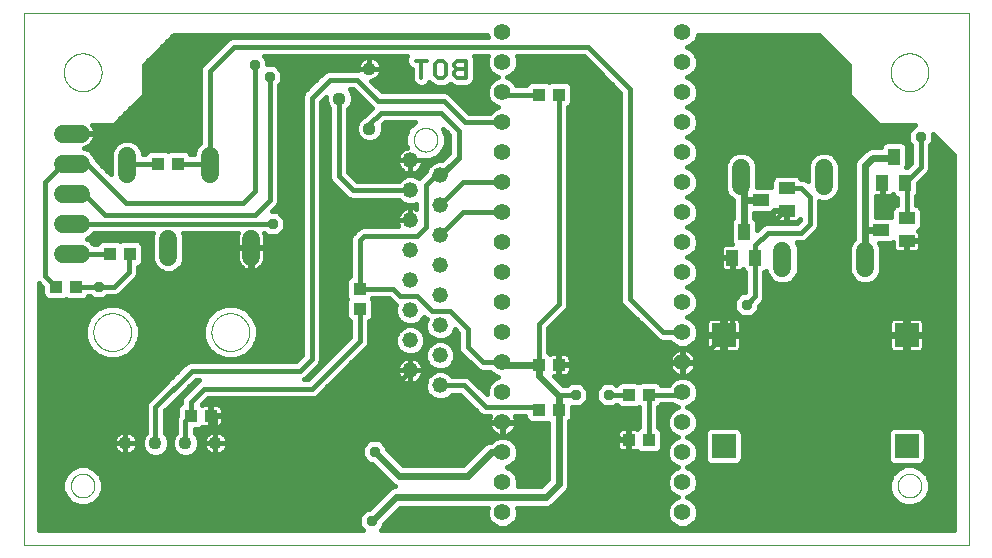
<source format=gbl>
G75*
%MOIN*%
%OFA0B0*%
%FSLAX25Y25*%
%IPPOS*%
%LPD*%
%AMOC8*
5,1,8,0,0,1.08239X$1,22.5*
%
%ADD10C,0.00000*%
%ADD11C,0.01400*%
%ADD12C,0.05543*%
%ADD13C,0.04362*%
%ADD14R,0.03937X0.04331*%
%ADD15R,0.04331X0.03937*%
%ADD16R,0.05512X0.03937*%
%ADD17R,0.03937X0.05512*%
%ADD18C,0.05200*%
%ADD19C,0.04400*%
%ADD20C,0.05937*%
%ADD21R,0.07874X0.07874*%
%ADD22C,0.06000*%
%ADD23C,0.01600*%
%ADD24OC8,0.03562*%
%ADD25C,0.02400*%
D10*
X0010673Y0006013D02*
X0010673Y0183178D01*
X0325634Y0183178D01*
X0325634Y0006013D01*
X0010673Y0006013D01*
X0026421Y0025698D02*
X0026423Y0025823D01*
X0026429Y0025948D01*
X0026439Y0026072D01*
X0026453Y0026196D01*
X0026470Y0026320D01*
X0026492Y0026443D01*
X0026518Y0026565D01*
X0026547Y0026687D01*
X0026580Y0026807D01*
X0026618Y0026926D01*
X0026658Y0027045D01*
X0026703Y0027161D01*
X0026751Y0027276D01*
X0026803Y0027390D01*
X0026859Y0027502D01*
X0026918Y0027612D01*
X0026980Y0027720D01*
X0027046Y0027827D01*
X0027115Y0027931D01*
X0027188Y0028032D01*
X0027263Y0028132D01*
X0027342Y0028229D01*
X0027424Y0028323D01*
X0027509Y0028415D01*
X0027596Y0028504D01*
X0027687Y0028590D01*
X0027780Y0028673D01*
X0027876Y0028754D01*
X0027974Y0028831D01*
X0028074Y0028905D01*
X0028177Y0028976D01*
X0028282Y0029043D01*
X0028390Y0029108D01*
X0028499Y0029168D01*
X0028610Y0029226D01*
X0028723Y0029279D01*
X0028837Y0029329D01*
X0028953Y0029376D01*
X0029070Y0029418D01*
X0029189Y0029457D01*
X0029309Y0029493D01*
X0029430Y0029524D01*
X0029552Y0029552D01*
X0029674Y0029575D01*
X0029798Y0029595D01*
X0029922Y0029611D01*
X0030046Y0029623D01*
X0030171Y0029631D01*
X0030296Y0029635D01*
X0030420Y0029635D01*
X0030545Y0029631D01*
X0030670Y0029623D01*
X0030794Y0029611D01*
X0030918Y0029595D01*
X0031042Y0029575D01*
X0031164Y0029552D01*
X0031286Y0029524D01*
X0031407Y0029493D01*
X0031527Y0029457D01*
X0031646Y0029418D01*
X0031763Y0029376D01*
X0031879Y0029329D01*
X0031993Y0029279D01*
X0032106Y0029226D01*
X0032217Y0029168D01*
X0032327Y0029108D01*
X0032434Y0029043D01*
X0032539Y0028976D01*
X0032642Y0028905D01*
X0032742Y0028831D01*
X0032840Y0028754D01*
X0032936Y0028673D01*
X0033029Y0028590D01*
X0033120Y0028504D01*
X0033207Y0028415D01*
X0033292Y0028323D01*
X0033374Y0028229D01*
X0033453Y0028132D01*
X0033528Y0028032D01*
X0033601Y0027931D01*
X0033670Y0027827D01*
X0033736Y0027720D01*
X0033798Y0027612D01*
X0033857Y0027502D01*
X0033913Y0027390D01*
X0033965Y0027276D01*
X0034013Y0027161D01*
X0034058Y0027045D01*
X0034098Y0026926D01*
X0034136Y0026807D01*
X0034169Y0026687D01*
X0034198Y0026565D01*
X0034224Y0026443D01*
X0034246Y0026320D01*
X0034263Y0026196D01*
X0034277Y0026072D01*
X0034287Y0025948D01*
X0034293Y0025823D01*
X0034295Y0025698D01*
X0034293Y0025573D01*
X0034287Y0025448D01*
X0034277Y0025324D01*
X0034263Y0025200D01*
X0034246Y0025076D01*
X0034224Y0024953D01*
X0034198Y0024831D01*
X0034169Y0024709D01*
X0034136Y0024589D01*
X0034098Y0024470D01*
X0034058Y0024351D01*
X0034013Y0024235D01*
X0033965Y0024120D01*
X0033913Y0024006D01*
X0033857Y0023894D01*
X0033798Y0023784D01*
X0033736Y0023676D01*
X0033670Y0023569D01*
X0033601Y0023465D01*
X0033528Y0023364D01*
X0033453Y0023264D01*
X0033374Y0023167D01*
X0033292Y0023073D01*
X0033207Y0022981D01*
X0033120Y0022892D01*
X0033029Y0022806D01*
X0032936Y0022723D01*
X0032840Y0022642D01*
X0032742Y0022565D01*
X0032642Y0022491D01*
X0032539Y0022420D01*
X0032434Y0022353D01*
X0032326Y0022288D01*
X0032217Y0022228D01*
X0032106Y0022170D01*
X0031993Y0022117D01*
X0031879Y0022067D01*
X0031763Y0022020D01*
X0031646Y0021978D01*
X0031527Y0021939D01*
X0031407Y0021903D01*
X0031286Y0021872D01*
X0031164Y0021844D01*
X0031042Y0021821D01*
X0030918Y0021801D01*
X0030794Y0021785D01*
X0030670Y0021773D01*
X0030545Y0021765D01*
X0030420Y0021761D01*
X0030296Y0021761D01*
X0030171Y0021765D01*
X0030046Y0021773D01*
X0029922Y0021785D01*
X0029798Y0021801D01*
X0029674Y0021821D01*
X0029552Y0021844D01*
X0029430Y0021872D01*
X0029309Y0021903D01*
X0029189Y0021939D01*
X0029070Y0021978D01*
X0028953Y0022020D01*
X0028837Y0022067D01*
X0028723Y0022117D01*
X0028610Y0022170D01*
X0028499Y0022228D01*
X0028389Y0022288D01*
X0028282Y0022353D01*
X0028177Y0022420D01*
X0028074Y0022491D01*
X0027974Y0022565D01*
X0027876Y0022642D01*
X0027780Y0022723D01*
X0027687Y0022806D01*
X0027596Y0022892D01*
X0027509Y0022981D01*
X0027424Y0023073D01*
X0027342Y0023167D01*
X0027263Y0023264D01*
X0027188Y0023364D01*
X0027115Y0023465D01*
X0027046Y0023569D01*
X0026980Y0023676D01*
X0026918Y0023784D01*
X0026859Y0023894D01*
X0026803Y0024006D01*
X0026751Y0024120D01*
X0026703Y0024235D01*
X0026658Y0024351D01*
X0026618Y0024470D01*
X0026580Y0024589D01*
X0026547Y0024709D01*
X0026518Y0024831D01*
X0026492Y0024953D01*
X0026470Y0025076D01*
X0026453Y0025200D01*
X0026439Y0025324D01*
X0026429Y0025448D01*
X0026423Y0025573D01*
X0026421Y0025698D01*
X0033902Y0076879D02*
X0033904Y0077037D01*
X0033910Y0077195D01*
X0033920Y0077353D01*
X0033934Y0077511D01*
X0033952Y0077668D01*
X0033973Y0077825D01*
X0033999Y0077981D01*
X0034029Y0078137D01*
X0034062Y0078292D01*
X0034100Y0078445D01*
X0034141Y0078598D01*
X0034186Y0078750D01*
X0034235Y0078901D01*
X0034288Y0079050D01*
X0034344Y0079198D01*
X0034404Y0079344D01*
X0034468Y0079489D01*
X0034536Y0079632D01*
X0034607Y0079774D01*
X0034681Y0079914D01*
X0034759Y0080051D01*
X0034841Y0080187D01*
X0034925Y0080321D01*
X0035014Y0080452D01*
X0035105Y0080581D01*
X0035200Y0080708D01*
X0035297Y0080833D01*
X0035398Y0080955D01*
X0035502Y0081074D01*
X0035609Y0081191D01*
X0035719Y0081305D01*
X0035832Y0081416D01*
X0035947Y0081525D01*
X0036065Y0081630D01*
X0036186Y0081732D01*
X0036309Y0081832D01*
X0036435Y0081928D01*
X0036563Y0082021D01*
X0036693Y0082111D01*
X0036826Y0082197D01*
X0036961Y0082281D01*
X0037097Y0082360D01*
X0037236Y0082437D01*
X0037377Y0082509D01*
X0037519Y0082579D01*
X0037663Y0082644D01*
X0037809Y0082706D01*
X0037956Y0082764D01*
X0038105Y0082819D01*
X0038255Y0082870D01*
X0038406Y0082917D01*
X0038558Y0082960D01*
X0038711Y0082999D01*
X0038866Y0083035D01*
X0039021Y0083066D01*
X0039177Y0083094D01*
X0039333Y0083118D01*
X0039490Y0083138D01*
X0039648Y0083154D01*
X0039805Y0083166D01*
X0039964Y0083174D01*
X0040122Y0083178D01*
X0040280Y0083178D01*
X0040438Y0083174D01*
X0040597Y0083166D01*
X0040754Y0083154D01*
X0040912Y0083138D01*
X0041069Y0083118D01*
X0041225Y0083094D01*
X0041381Y0083066D01*
X0041536Y0083035D01*
X0041691Y0082999D01*
X0041844Y0082960D01*
X0041996Y0082917D01*
X0042147Y0082870D01*
X0042297Y0082819D01*
X0042446Y0082764D01*
X0042593Y0082706D01*
X0042739Y0082644D01*
X0042883Y0082579D01*
X0043025Y0082509D01*
X0043166Y0082437D01*
X0043305Y0082360D01*
X0043441Y0082281D01*
X0043576Y0082197D01*
X0043709Y0082111D01*
X0043839Y0082021D01*
X0043967Y0081928D01*
X0044093Y0081832D01*
X0044216Y0081732D01*
X0044337Y0081630D01*
X0044455Y0081525D01*
X0044570Y0081416D01*
X0044683Y0081305D01*
X0044793Y0081191D01*
X0044900Y0081074D01*
X0045004Y0080955D01*
X0045105Y0080833D01*
X0045202Y0080708D01*
X0045297Y0080581D01*
X0045388Y0080452D01*
X0045477Y0080321D01*
X0045561Y0080187D01*
X0045643Y0080051D01*
X0045721Y0079914D01*
X0045795Y0079774D01*
X0045866Y0079632D01*
X0045934Y0079489D01*
X0045998Y0079344D01*
X0046058Y0079198D01*
X0046114Y0079050D01*
X0046167Y0078901D01*
X0046216Y0078750D01*
X0046261Y0078598D01*
X0046302Y0078445D01*
X0046340Y0078292D01*
X0046373Y0078137D01*
X0046403Y0077981D01*
X0046429Y0077825D01*
X0046450Y0077668D01*
X0046468Y0077511D01*
X0046482Y0077353D01*
X0046492Y0077195D01*
X0046498Y0077037D01*
X0046500Y0076879D01*
X0046498Y0076721D01*
X0046492Y0076563D01*
X0046482Y0076405D01*
X0046468Y0076247D01*
X0046450Y0076090D01*
X0046429Y0075933D01*
X0046403Y0075777D01*
X0046373Y0075621D01*
X0046340Y0075466D01*
X0046302Y0075313D01*
X0046261Y0075160D01*
X0046216Y0075008D01*
X0046167Y0074857D01*
X0046114Y0074708D01*
X0046058Y0074560D01*
X0045998Y0074414D01*
X0045934Y0074269D01*
X0045866Y0074126D01*
X0045795Y0073984D01*
X0045721Y0073844D01*
X0045643Y0073707D01*
X0045561Y0073571D01*
X0045477Y0073437D01*
X0045388Y0073306D01*
X0045297Y0073177D01*
X0045202Y0073050D01*
X0045105Y0072925D01*
X0045004Y0072803D01*
X0044900Y0072684D01*
X0044793Y0072567D01*
X0044683Y0072453D01*
X0044570Y0072342D01*
X0044455Y0072233D01*
X0044337Y0072128D01*
X0044216Y0072026D01*
X0044093Y0071926D01*
X0043967Y0071830D01*
X0043839Y0071737D01*
X0043709Y0071647D01*
X0043576Y0071561D01*
X0043441Y0071477D01*
X0043305Y0071398D01*
X0043166Y0071321D01*
X0043025Y0071249D01*
X0042883Y0071179D01*
X0042739Y0071114D01*
X0042593Y0071052D01*
X0042446Y0070994D01*
X0042297Y0070939D01*
X0042147Y0070888D01*
X0041996Y0070841D01*
X0041844Y0070798D01*
X0041691Y0070759D01*
X0041536Y0070723D01*
X0041381Y0070692D01*
X0041225Y0070664D01*
X0041069Y0070640D01*
X0040912Y0070620D01*
X0040754Y0070604D01*
X0040597Y0070592D01*
X0040438Y0070584D01*
X0040280Y0070580D01*
X0040122Y0070580D01*
X0039964Y0070584D01*
X0039805Y0070592D01*
X0039648Y0070604D01*
X0039490Y0070620D01*
X0039333Y0070640D01*
X0039177Y0070664D01*
X0039021Y0070692D01*
X0038866Y0070723D01*
X0038711Y0070759D01*
X0038558Y0070798D01*
X0038406Y0070841D01*
X0038255Y0070888D01*
X0038105Y0070939D01*
X0037956Y0070994D01*
X0037809Y0071052D01*
X0037663Y0071114D01*
X0037519Y0071179D01*
X0037377Y0071249D01*
X0037236Y0071321D01*
X0037097Y0071398D01*
X0036961Y0071477D01*
X0036826Y0071561D01*
X0036693Y0071647D01*
X0036563Y0071737D01*
X0036435Y0071830D01*
X0036309Y0071926D01*
X0036186Y0072026D01*
X0036065Y0072128D01*
X0035947Y0072233D01*
X0035832Y0072342D01*
X0035719Y0072453D01*
X0035609Y0072567D01*
X0035502Y0072684D01*
X0035398Y0072803D01*
X0035297Y0072925D01*
X0035200Y0073050D01*
X0035105Y0073177D01*
X0035014Y0073306D01*
X0034925Y0073437D01*
X0034841Y0073571D01*
X0034759Y0073707D01*
X0034681Y0073844D01*
X0034607Y0073984D01*
X0034536Y0074126D01*
X0034468Y0074269D01*
X0034404Y0074414D01*
X0034344Y0074560D01*
X0034288Y0074708D01*
X0034235Y0074857D01*
X0034186Y0075008D01*
X0034141Y0075160D01*
X0034100Y0075313D01*
X0034062Y0075466D01*
X0034029Y0075621D01*
X0033999Y0075777D01*
X0033973Y0075933D01*
X0033952Y0076090D01*
X0033934Y0076247D01*
X0033920Y0076405D01*
X0033910Y0076563D01*
X0033904Y0076721D01*
X0033902Y0076879D01*
X0073272Y0076879D02*
X0073274Y0077037D01*
X0073280Y0077195D01*
X0073290Y0077353D01*
X0073304Y0077511D01*
X0073322Y0077668D01*
X0073343Y0077825D01*
X0073369Y0077981D01*
X0073399Y0078137D01*
X0073432Y0078292D01*
X0073470Y0078445D01*
X0073511Y0078598D01*
X0073556Y0078750D01*
X0073605Y0078901D01*
X0073658Y0079050D01*
X0073714Y0079198D01*
X0073774Y0079344D01*
X0073838Y0079489D01*
X0073906Y0079632D01*
X0073977Y0079774D01*
X0074051Y0079914D01*
X0074129Y0080051D01*
X0074211Y0080187D01*
X0074295Y0080321D01*
X0074384Y0080452D01*
X0074475Y0080581D01*
X0074570Y0080708D01*
X0074667Y0080833D01*
X0074768Y0080955D01*
X0074872Y0081074D01*
X0074979Y0081191D01*
X0075089Y0081305D01*
X0075202Y0081416D01*
X0075317Y0081525D01*
X0075435Y0081630D01*
X0075556Y0081732D01*
X0075679Y0081832D01*
X0075805Y0081928D01*
X0075933Y0082021D01*
X0076063Y0082111D01*
X0076196Y0082197D01*
X0076331Y0082281D01*
X0076467Y0082360D01*
X0076606Y0082437D01*
X0076747Y0082509D01*
X0076889Y0082579D01*
X0077033Y0082644D01*
X0077179Y0082706D01*
X0077326Y0082764D01*
X0077475Y0082819D01*
X0077625Y0082870D01*
X0077776Y0082917D01*
X0077928Y0082960D01*
X0078081Y0082999D01*
X0078236Y0083035D01*
X0078391Y0083066D01*
X0078547Y0083094D01*
X0078703Y0083118D01*
X0078860Y0083138D01*
X0079018Y0083154D01*
X0079175Y0083166D01*
X0079334Y0083174D01*
X0079492Y0083178D01*
X0079650Y0083178D01*
X0079808Y0083174D01*
X0079967Y0083166D01*
X0080124Y0083154D01*
X0080282Y0083138D01*
X0080439Y0083118D01*
X0080595Y0083094D01*
X0080751Y0083066D01*
X0080906Y0083035D01*
X0081061Y0082999D01*
X0081214Y0082960D01*
X0081366Y0082917D01*
X0081517Y0082870D01*
X0081667Y0082819D01*
X0081816Y0082764D01*
X0081963Y0082706D01*
X0082109Y0082644D01*
X0082253Y0082579D01*
X0082395Y0082509D01*
X0082536Y0082437D01*
X0082675Y0082360D01*
X0082811Y0082281D01*
X0082946Y0082197D01*
X0083079Y0082111D01*
X0083209Y0082021D01*
X0083337Y0081928D01*
X0083463Y0081832D01*
X0083586Y0081732D01*
X0083707Y0081630D01*
X0083825Y0081525D01*
X0083940Y0081416D01*
X0084053Y0081305D01*
X0084163Y0081191D01*
X0084270Y0081074D01*
X0084374Y0080955D01*
X0084475Y0080833D01*
X0084572Y0080708D01*
X0084667Y0080581D01*
X0084758Y0080452D01*
X0084847Y0080321D01*
X0084931Y0080187D01*
X0085013Y0080051D01*
X0085091Y0079914D01*
X0085165Y0079774D01*
X0085236Y0079632D01*
X0085304Y0079489D01*
X0085368Y0079344D01*
X0085428Y0079198D01*
X0085484Y0079050D01*
X0085537Y0078901D01*
X0085586Y0078750D01*
X0085631Y0078598D01*
X0085672Y0078445D01*
X0085710Y0078292D01*
X0085743Y0078137D01*
X0085773Y0077981D01*
X0085799Y0077825D01*
X0085820Y0077668D01*
X0085838Y0077511D01*
X0085852Y0077353D01*
X0085862Y0077195D01*
X0085868Y0077037D01*
X0085870Y0076879D01*
X0085868Y0076721D01*
X0085862Y0076563D01*
X0085852Y0076405D01*
X0085838Y0076247D01*
X0085820Y0076090D01*
X0085799Y0075933D01*
X0085773Y0075777D01*
X0085743Y0075621D01*
X0085710Y0075466D01*
X0085672Y0075313D01*
X0085631Y0075160D01*
X0085586Y0075008D01*
X0085537Y0074857D01*
X0085484Y0074708D01*
X0085428Y0074560D01*
X0085368Y0074414D01*
X0085304Y0074269D01*
X0085236Y0074126D01*
X0085165Y0073984D01*
X0085091Y0073844D01*
X0085013Y0073707D01*
X0084931Y0073571D01*
X0084847Y0073437D01*
X0084758Y0073306D01*
X0084667Y0073177D01*
X0084572Y0073050D01*
X0084475Y0072925D01*
X0084374Y0072803D01*
X0084270Y0072684D01*
X0084163Y0072567D01*
X0084053Y0072453D01*
X0083940Y0072342D01*
X0083825Y0072233D01*
X0083707Y0072128D01*
X0083586Y0072026D01*
X0083463Y0071926D01*
X0083337Y0071830D01*
X0083209Y0071737D01*
X0083079Y0071647D01*
X0082946Y0071561D01*
X0082811Y0071477D01*
X0082675Y0071398D01*
X0082536Y0071321D01*
X0082395Y0071249D01*
X0082253Y0071179D01*
X0082109Y0071114D01*
X0081963Y0071052D01*
X0081816Y0070994D01*
X0081667Y0070939D01*
X0081517Y0070888D01*
X0081366Y0070841D01*
X0081214Y0070798D01*
X0081061Y0070759D01*
X0080906Y0070723D01*
X0080751Y0070692D01*
X0080595Y0070664D01*
X0080439Y0070640D01*
X0080282Y0070620D01*
X0080124Y0070604D01*
X0079967Y0070592D01*
X0079808Y0070584D01*
X0079650Y0070580D01*
X0079492Y0070580D01*
X0079334Y0070584D01*
X0079175Y0070592D01*
X0079018Y0070604D01*
X0078860Y0070620D01*
X0078703Y0070640D01*
X0078547Y0070664D01*
X0078391Y0070692D01*
X0078236Y0070723D01*
X0078081Y0070759D01*
X0077928Y0070798D01*
X0077776Y0070841D01*
X0077625Y0070888D01*
X0077475Y0070939D01*
X0077326Y0070994D01*
X0077179Y0071052D01*
X0077033Y0071114D01*
X0076889Y0071179D01*
X0076747Y0071249D01*
X0076606Y0071321D01*
X0076467Y0071398D01*
X0076331Y0071477D01*
X0076196Y0071561D01*
X0076063Y0071647D01*
X0075933Y0071737D01*
X0075805Y0071830D01*
X0075679Y0071926D01*
X0075556Y0072026D01*
X0075435Y0072128D01*
X0075317Y0072233D01*
X0075202Y0072342D01*
X0075089Y0072453D01*
X0074979Y0072567D01*
X0074872Y0072684D01*
X0074768Y0072803D01*
X0074667Y0072925D01*
X0074570Y0073050D01*
X0074475Y0073177D01*
X0074384Y0073306D01*
X0074295Y0073437D01*
X0074211Y0073571D01*
X0074129Y0073707D01*
X0074051Y0073844D01*
X0073977Y0073984D01*
X0073906Y0074126D01*
X0073838Y0074269D01*
X0073774Y0074414D01*
X0073714Y0074560D01*
X0073658Y0074708D01*
X0073605Y0074857D01*
X0073556Y0075008D01*
X0073511Y0075160D01*
X0073470Y0075313D01*
X0073432Y0075466D01*
X0073399Y0075621D01*
X0073369Y0075777D01*
X0073343Y0075933D01*
X0073322Y0076090D01*
X0073304Y0076247D01*
X0073290Y0076405D01*
X0073280Y0076563D01*
X0073274Y0076721D01*
X0073272Y0076879D01*
X0140736Y0141013D02*
X0140738Y0141138D01*
X0140744Y0141263D01*
X0140754Y0141387D01*
X0140768Y0141511D01*
X0140785Y0141635D01*
X0140807Y0141758D01*
X0140833Y0141880D01*
X0140862Y0142002D01*
X0140895Y0142122D01*
X0140933Y0142241D01*
X0140973Y0142360D01*
X0141018Y0142476D01*
X0141066Y0142591D01*
X0141118Y0142705D01*
X0141174Y0142817D01*
X0141233Y0142927D01*
X0141295Y0143035D01*
X0141361Y0143142D01*
X0141430Y0143246D01*
X0141503Y0143347D01*
X0141578Y0143447D01*
X0141657Y0143544D01*
X0141739Y0143638D01*
X0141824Y0143730D01*
X0141911Y0143819D01*
X0142002Y0143905D01*
X0142095Y0143988D01*
X0142191Y0144069D01*
X0142289Y0144146D01*
X0142389Y0144220D01*
X0142492Y0144291D01*
X0142597Y0144358D01*
X0142705Y0144423D01*
X0142814Y0144483D01*
X0142925Y0144541D01*
X0143038Y0144594D01*
X0143152Y0144644D01*
X0143268Y0144691D01*
X0143385Y0144733D01*
X0143504Y0144772D01*
X0143624Y0144808D01*
X0143745Y0144839D01*
X0143867Y0144867D01*
X0143989Y0144890D01*
X0144113Y0144910D01*
X0144237Y0144926D01*
X0144361Y0144938D01*
X0144486Y0144946D01*
X0144611Y0144950D01*
X0144735Y0144950D01*
X0144860Y0144946D01*
X0144985Y0144938D01*
X0145109Y0144926D01*
X0145233Y0144910D01*
X0145357Y0144890D01*
X0145479Y0144867D01*
X0145601Y0144839D01*
X0145722Y0144808D01*
X0145842Y0144772D01*
X0145961Y0144733D01*
X0146078Y0144691D01*
X0146194Y0144644D01*
X0146308Y0144594D01*
X0146421Y0144541D01*
X0146532Y0144483D01*
X0146642Y0144423D01*
X0146749Y0144358D01*
X0146854Y0144291D01*
X0146957Y0144220D01*
X0147057Y0144146D01*
X0147155Y0144069D01*
X0147251Y0143988D01*
X0147344Y0143905D01*
X0147435Y0143819D01*
X0147522Y0143730D01*
X0147607Y0143638D01*
X0147689Y0143544D01*
X0147768Y0143447D01*
X0147843Y0143347D01*
X0147916Y0143246D01*
X0147985Y0143142D01*
X0148051Y0143035D01*
X0148113Y0142927D01*
X0148172Y0142817D01*
X0148228Y0142705D01*
X0148280Y0142591D01*
X0148328Y0142476D01*
X0148373Y0142360D01*
X0148413Y0142241D01*
X0148451Y0142122D01*
X0148484Y0142002D01*
X0148513Y0141880D01*
X0148539Y0141758D01*
X0148561Y0141635D01*
X0148578Y0141511D01*
X0148592Y0141387D01*
X0148602Y0141263D01*
X0148608Y0141138D01*
X0148610Y0141013D01*
X0148608Y0140888D01*
X0148602Y0140763D01*
X0148592Y0140639D01*
X0148578Y0140515D01*
X0148561Y0140391D01*
X0148539Y0140268D01*
X0148513Y0140146D01*
X0148484Y0140024D01*
X0148451Y0139904D01*
X0148413Y0139785D01*
X0148373Y0139666D01*
X0148328Y0139550D01*
X0148280Y0139435D01*
X0148228Y0139321D01*
X0148172Y0139209D01*
X0148113Y0139099D01*
X0148051Y0138991D01*
X0147985Y0138884D01*
X0147916Y0138780D01*
X0147843Y0138679D01*
X0147768Y0138579D01*
X0147689Y0138482D01*
X0147607Y0138388D01*
X0147522Y0138296D01*
X0147435Y0138207D01*
X0147344Y0138121D01*
X0147251Y0138038D01*
X0147155Y0137957D01*
X0147057Y0137880D01*
X0146957Y0137806D01*
X0146854Y0137735D01*
X0146749Y0137668D01*
X0146641Y0137603D01*
X0146532Y0137543D01*
X0146421Y0137485D01*
X0146308Y0137432D01*
X0146194Y0137382D01*
X0146078Y0137335D01*
X0145961Y0137293D01*
X0145842Y0137254D01*
X0145722Y0137218D01*
X0145601Y0137187D01*
X0145479Y0137159D01*
X0145357Y0137136D01*
X0145233Y0137116D01*
X0145109Y0137100D01*
X0144985Y0137088D01*
X0144860Y0137080D01*
X0144735Y0137076D01*
X0144611Y0137076D01*
X0144486Y0137080D01*
X0144361Y0137088D01*
X0144237Y0137100D01*
X0144113Y0137116D01*
X0143989Y0137136D01*
X0143867Y0137159D01*
X0143745Y0137187D01*
X0143624Y0137218D01*
X0143504Y0137254D01*
X0143385Y0137293D01*
X0143268Y0137335D01*
X0143152Y0137382D01*
X0143038Y0137432D01*
X0142925Y0137485D01*
X0142814Y0137543D01*
X0142704Y0137603D01*
X0142597Y0137668D01*
X0142492Y0137735D01*
X0142389Y0137806D01*
X0142289Y0137880D01*
X0142191Y0137957D01*
X0142095Y0138038D01*
X0142002Y0138121D01*
X0141911Y0138207D01*
X0141824Y0138296D01*
X0141739Y0138388D01*
X0141657Y0138482D01*
X0141578Y0138579D01*
X0141503Y0138679D01*
X0141430Y0138780D01*
X0141361Y0138884D01*
X0141295Y0138991D01*
X0141233Y0139099D01*
X0141174Y0139209D01*
X0141118Y0139321D01*
X0141066Y0139435D01*
X0141018Y0139550D01*
X0140973Y0139666D01*
X0140933Y0139785D01*
X0140895Y0139904D01*
X0140862Y0140024D01*
X0140833Y0140146D01*
X0140807Y0140268D01*
X0140785Y0140391D01*
X0140768Y0140515D01*
X0140754Y0140639D01*
X0140744Y0140763D01*
X0140738Y0140888D01*
X0140736Y0141013D01*
X0024059Y0163493D02*
X0024061Y0163651D01*
X0024067Y0163809D01*
X0024077Y0163967D01*
X0024091Y0164125D01*
X0024109Y0164282D01*
X0024130Y0164439D01*
X0024156Y0164595D01*
X0024186Y0164751D01*
X0024219Y0164906D01*
X0024257Y0165059D01*
X0024298Y0165212D01*
X0024343Y0165364D01*
X0024392Y0165515D01*
X0024445Y0165664D01*
X0024501Y0165812D01*
X0024561Y0165958D01*
X0024625Y0166103D01*
X0024693Y0166246D01*
X0024764Y0166388D01*
X0024838Y0166528D01*
X0024916Y0166665D01*
X0024998Y0166801D01*
X0025082Y0166935D01*
X0025171Y0167066D01*
X0025262Y0167195D01*
X0025357Y0167322D01*
X0025454Y0167447D01*
X0025555Y0167569D01*
X0025659Y0167688D01*
X0025766Y0167805D01*
X0025876Y0167919D01*
X0025989Y0168030D01*
X0026104Y0168139D01*
X0026222Y0168244D01*
X0026343Y0168346D01*
X0026466Y0168446D01*
X0026592Y0168542D01*
X0026720Y0168635D01*
X0026850Y0168725D01*
X0026983Y0168811D01*
X0027118Y0168895D01*
X0027254Y0168974D01*
X0027393Y0169051D01*
X0027534Y0169123D01*
X0027676Y0169193D01*
X0027820Y0169258D01*
X0027966Y0169320D01*
X0028113Y0169378D01*
X0028262Y0169433D01*
X0028412Y0169484D01*
X0028563Y0169531D01*
X0028715Y0169574D01*
X0028868Y0169613D01*
X0029023Y0169649D01*
X0029178Y0169680D01*
X0029334Y0169708D01*
X0029490Y0169732D01*
X0029647Y0169752D01*
X0029805Y0169768D01*
X0029962Y0169780D01*
X0030121Y0169788D01*
X0030279Y0169792D01*
X0030437Y0169792D01*
X0030595Y0169788D01*
X0030754Y0169780D01*
X0030911Y0169768D01*
X0031069Y0169752D01*
X0031226Y0169732D01*
X0031382Y0169708D01*
X0031538Y0169680D01*
X0031693Y0169649D01*
X0031848Y0169613D01*
X0032001Y0169574D01*
X0032153Y0169531D01*
X0032304Y0169484D01*
X0032454Y0169433D01*
X0032603Y0169378D01*
X0032750Y0169320D01*
X0032896Y0169258D01*
X0033040Y0169193D01*
X0033182Y0169123D01*
X0033323Y0169051D01*
X0033462Y0168974D01*
X0033598Y0168895D01*
X0033733Y0168811D01*
X0033866Y0168725D01*
X0033996Y0168635D01*
X0034124Y0168542D01*
X0034250Y0168446D01*
X0034373Y0168346D01*
X0034494Y0168244D01*
X0034612Y0168139D01*
X0034727Y0168030D01*
X0034840Y0167919D01*
X0034950Y0167805D01*
X0035057Y0167688D01*
X0035161Y0167569D01*
X0035262Y0167447D01*
X0035359Y0167322D01*
X0035454Y0167195D01*
X0035545Y0167066D01*
X0035634Y0166935D01*
X0035718Y0166801D01*
X0035800Y0166665D01*
X0035878Y0166528D01*
X0035952Y0166388D01*
X0036023Y0166246D01*
X0036091Y0166103D01*
X0036155Y0165958D01*
X0036215Y0165812D01*
X0036271Y0165664D01*
X0036324Y0165515D01*
X0036373Y0165364D01*
X0036418Y0165212D01*
X0036459Y0165059D01*
X0036497Y0164906D01*
X0036530Y0164751D01*
X0036560Y0164595D01*
X0036586Y0164439D01*
X0036607Y0164282D01*
X0036625Y0164125D01*
X0036639Y0163967D01*
X0036649Y0163809D01*
X0036655Y0163651D01*
X0036657Y0163493D01*
X0036655Y0163335D01*
X0036649Y0163177D01*
X0036639Y0163019D01*
X0036625Y0162861D01*
X0036607Y0162704D01*
X0036586Y0162547D01*
X0036560Y0162391D01*
X0036530Y0162235D01*
X0036497Y0162080D01*
X0036459Y0161927D01*
X0036418Y0161774D01*
X0036373Y0161622D01*
X0036324Y0161471D01*
X0036271Y0161322D01*
X0036215Y0161174D01*
X0036155Y0161028D01*
X0036091Y0160883D01*
X0036023Y0160740D01*
X0035952Y0160598D01*
X0035878Y0160458D01*
X0035800Y0160321D01*
X0035718Y0160185D01*
X0035634Y0160051D01*
X0035545Y0159920D01*
X0035454Y0159791D01*
X0035359Y0159664D01*
X0035262Y0159539D01*
X0035161Y0159417D01*
X0035057Y0159298D01*
X0034950Y0159181D01*
X0034840Y0159067D01*
X0034727Y0158956D01*
X0034612Y0158847D01*
X0034494Y0158742D01*
X0034373Y0158640D01*
X0034250Y0158540D01*
X0034124Y0158444D01*
X0033996Y0158351D01*
X0033866Y0158261D01*
X0033733Y0158175D01*
X0033598Y0158091D01*
X0033462Y0158012D01*
X0033323Y0157935D01*
X0033182Y0157863D01*
X0033040Y0157793D01*
X0032896Y0157728D01*
X0032750Y0157666D01*
X0032603Y0157608D01*
X0032454Y0157553D01*
X0032304Y0157502D01*
X0032153Y0157455D01*
X0032001Y0157412D01*
X0031848Y0157373D01*
X0031693Y0157337D01*
X0031538Y0157306D01*
X0031382Y0157278D01*
X0031226Y0157254D01*
X0031069Y0157234D01*
X0030911Y0157218D01*
X0030754Y0157206D01*
X0030595Y0157198D01*
X0030437Y0157194D01*
X0030279Y0157194D01*
X0030121Y0157198D01*
X0029962Y0157206D01*
X0029805Y0157218D01*
X0029647Y0157234D01*
X0029490Y0157254D01*
X0029334Y0157278D01*
X0029178Y0157306D01*
X0029023Y0157337D01*
X0028868Y0157373D01*
X0028715Y0157412D01*
X0028563Y0157455D01*
X0028412Y0157502D01*
X0028262Y0157553D01*
X0028113Y0157608D01*
X0027966Y0157666D01*
X0027820Y0157728D01*
X0027676Y0157793D01*
X0027534Y0157863D01*
X0027393Y0157935D01*
X0027254Y0158012D01*
X0027118Y0158091D01*
X0026983Y0158175D01*
X0026850Y0158261D01*
X0026720Y0158351D01*
X0026592Y0158444D01*
X0026466Y0158540D01*
X0026343Y0158640D01*
X0026222Y0158742D01*
X0026104Y0158847D01*
X0025989Y0158956D01*
X0025876Y0159067D01*
X0025766Y0159181D01*
X0025659Y0159298D01*
X0025555Y0159417D01*
X0025454Y0159539D01*
X0025357Y0159664D01*
X0025262Y0159791D01*
X0025171Y0159920D01*
X0025082Y0160051D01*
X0024998Y0160185D01*
X0024916Y0160321D01*
X0024838Y0160458D01*
X0024764Y0160598D01*
X0024693Y0160740D01*
X0024625Y0160883D01*
X0024561Y0161028D01*
X0024501Y0161174D01*
X0024445Y0161322D01*
X0024392Y0161471D01*
X0024343Y0161622D01*
X0024298Y0161774D01*
X0024257Y0161927D01*
X0024219Y0162080D01*
X0024186Y0162235D01*
X0024156Y0162391D01*
X0024130Y0162547D01*
X0024109Y0162704D01*
X0024091Y0162861D01*
X0024077Y0163019D01*
X0024067Y0163177D01*
X0024061Y0163335D01*
X0024059Y0163493D01*
X0299650Y0163493D02*
X0299652Y0163651D01*
X0299658Y0163809D01*
X0299668Y0163967D01*
X0299682Y0164125D01*
X0299700Y0164282D01*
X0299721Y0164439D01*
X0299747Y0164595D01*
X0299777Y0164751D01*
X0299810Y0164906D01*
X0299848Y0165059D01*
X0299889Y0165212D01*
X0299934Y0165364D01*
X0299983Y0165515D01*
X0300036Y0165664D01*
X0300092Y0165812D01*
X0300152Y0165958D01*
X0300216Y0166103D01*
X0300284Y0166246D01*
X0300355Y0166388D01*
X0300429Y0166528D01*
X0300507Y0166665D01*
X0300589Y0166801D01*
X0300673Y0166935D01*
X0300762Y0167066D01*
X0300853Y0167195D01*
X0300948Y0167322D01*
X0301045Y0167447D01*
X0301146Y0167569D01*
X0301250Y0167688D01*
X0301357Y0167805D01*
X0301467Y0167919D01*
X0301580Y0168030D01*
X0301695Y0168139D01*
X0301813Y0168244D01*
X0301934Y0168346D01*
X0302057Y0168446D01*
X0302183Y0168542D01*
X0302311Y0168635D01*
X0302441Y0168725D01*
X0302574Y0168811D01*
X0302709Y0168895D01*
X0302845Y0168974D01*
X0302984Y0169051D01*
X0303125Y0169123D01*
X0303267Y0169193D01*
X0303411Y0169258D01*
X0303557Y0169320D01*
X0303704Y0169378D01*
X0303853Y0169433D01*
X0304003Y0169484D01*
X0304154Y0169531D01*
X0304306Y0169574D01*
X0304459Y0169613D01*
X0304614Y0169649D01*
X0304769Y0169680D01*
X0304925Y0169708D01*
X0305081Y0169732D01*
X0305238Y0169752D01*
X0305396Y0169768D01*
X0305553Y0169780D01*
X0305712Y0169788D01*
X0305870Y0169792D01*
X0306028Y0169792D01*
X0306186Y0169788D01*
X0306345Y0169780D01*
X0306502Y0169768D01*
X0306660Y0169752D01*
X0306817Y0169732D01*
X0306973Y0169708D01*
X0307129Y0169680D01*
X0307284Y0169649D01*
X0307439Y0169613D01*
X0307592Y0169574D01*
X0307744Y0169531D01*
X0307895Y0169484D01*
X0308045Y0169433D01*
X0308194Y0169378D01*
X0308341Y0169320D01*
X0308487Y0169258D01*
X0308631Y0169193D01*
X0308773Y0169123D01*
X0308914Y0169051D01*
X0309053Y0168974D01*
X0309189Y0168895D01*
X0309324Y0168811D01*
X0309457Y0168725D01*
X0309587Y0168635D01*
X0309715Y0168542D01*
X0309841Y0168446D01*
X0309964Y0168346D01*
X0310085Y0168244D01*
X0310203Y0168139D01*
X0310318Y0168030D01*
X0310431Y0167919D01*
X0310541Y0167805D01*
X0310648Y0167688D01*
X0310752Y0167569D01*
X0310853Y0167447D01*
X0310950Y0167322D01*
X0311045Y0167195D01*
X0311136Y0167066D01*
X0311225Y0166935D01*
X0311309Y0166801D01*
X0311391Y0166665D01*
X0311469Y0166528D01*
X0311543Y0166388D01*
X0311614Y0166246D01*
X0311682Y0166103D01*
X0311746Y0165958D01*
X0311806Y0165812D01*
X0311862Y0165664D01*
X0311915Y0165515D01*
X0311964Y0165364D01*
X0312009Y0165212D01*
X0312050Y0165059D01*
X0312088Y0164906D01*
X0312121Y0164751D01*
X0312151Y0164595D01*
X0312177Y0164439D01*
X0312198Y0164282D01*
X0312216Y0164125D01*
X0312230Y0163967D01*
X0312240Y0163809D01*
X0312246Y0163651D01*
X0312248Y0163493D01*
X0312246Y0163335D01*
X0312240Y0163177D01*
X0312230Y0163019D01*
X0312216Y0162861D01*
X0312198Y0162704D01*
X0312177Y0162547D01*
X0312151Y0162391D01*
X0312121Y0162235D01*
X0312088Y0162080D01*
X0312050Y0161927D01*
X0312009Y0161774D01*
X0311964Y0161622D01*
X0311915Y0161471D01*
X0311862Y0161322D01*
X0311806Y0161174D01*
X0311746Y0161028D01*
X0311682Y0160883D01*
X0311614Y0160740D01*
X0311543Y0160598D01*
X0311469Y0160458D01*
X0311391Y0160321D01*
X0311309Y0160185D01*
X0311225Y0160051D01*
X0311136Y0159920D01*
X0311045Y0159791D01*
X0310950Y0159664D01*
X0310853Y0159539D01*
X0310752Y0159417D01*
X0310648Y0159298D01*
X0310541Y0159181D01*
X0310431Y0159067D01*
X0310318Y0158956D01*
X0310203Y0158847D01*
X0310085Y0158742D01*
X0309964Y0158640D01*
X0309841Y0158540D01*
X0309715Y0158444D01*
X0309587Y0158351D01*
X0309457Y0158261D01*
X0309324Y0158175D01*
X0309189Y0158091D01*
X0309053Y0158012D01*
X0308914Y0157935D01*
X0308773Y0157863D01*
X0308631Y0157793D01*
X0308487Y0157728D01*
X0308341Y0157666D01*
X0308194Y0157608D01*
X0308045Y0157553D01*
X0307895Y0157502D01*
X0307744Y0157455D01*
X0307592Y0157412D01*
X0307439Y0157373D01*
X0307284Y0157337D01*
X0307129Y0157306D01*
X0306973Y0157278D01*
X0306817Y0157254D01*
X0306660Y0157234D01*
X0306502Y0157218D01*
X0306345Y0157206D01*
X0306186Y0157198D01*
X0306028Y0157194D01*
X0305870Y0157194D01*
X0305712Y0157198D01*
X0305553Y0157206D01*
X0305396Y0157218D01*
X0305238Y0157234D01*
X0305081Y0157254D01*
X0304925Y0157278D01*
X0304769Y0157306D01*
X0304614Y0157337D01*
X0304459Y0157373D01*
X0304306Y0157412D01*
X0304154Y0157455D01*
X0304003Y0157502D01*
X0303853Y0157553D01*
X0303704Y0157608D01*
X0303557Y0157666D01*
X0303411Y0157728D01*
X0303267Y0157793D01*
X0303125Y0157863D01*
X0302984Y0157935D01*
X0302845Y0158012D01*
X0302709Y0158091D01*
X0302574Y0158175D01*
X0302441Y0158261D01*
X0302311Y0158351D01*
X0302183Y0158444D01*
X0302057Y0158540D01*
X0301934Y0158640D01*
X0301813Y0158742D01*
X0301695Y0158847D01*
X0301580Y0158956D01*
X0301467Y0159067D01*
X0301357Y0159181D01*
X0301250Y0159298D01*
X0301146Y0159417D01*
X0301045Y0159539D01*
X0300948Y0159664D01*
X0300853Y0159791D01*
X0300762Y0159920D01*
X0300673Y0160051D01*
X0300589Y0160185D01*
X0300507Y0160321D01*
X0300429Y0160458D01*
X0300355Y0160598D01*
X0300284Y0160740D01*
X0300216Y0160883D01*
X0300152Y0161028D01*
X0300092Y0161174D01*
X0300036Y0161322D01*
X0299983Y0161471D01*
X0299934Y0161622D01*
X0299889Y0161774D01*
X0299848Y0161927D01*
X0299810Y0162080D01*
X0299777Y0162235D01*
X0299747Y0162391D01*
X0299721Y0162547D01*
X0299700Y0162704D01*
X0299682Y0162861D01*
X0299668Y0163019D01*
X0299658Y0163177D01*
X0299652Y0163335D01*
X0299650Y0163493D01*
X0302012Y0025698D02*
X0302014Y0025823D01*
X0302020Y0025948D01*
X0302030Y0026072D01*
X0302044Y0026196D01*
X0302061Y0026320D01*
X0302083Y0026443D01*
X0302109Y0026565D01*
X0302138Y0026687D01*
X0302171Y0026807D01*
X0302209Y0026926D01*
X0302249Y0027045D01*
X0302294Y0027161D01*
X0302342Y0027276D01*
X0302394Y0027390D01*
X0302450Y0027502D01*
X0302509Y0027612D01*
X0302571Y0027720D01*
X0302637Y0027827D01*
X0302706Y0027931D01*
X0302779Y0028032D01*
X0302854Y0028132D01*
X0302933Y0028229D01*
X0303015Y0028323D01*
X0303100Y0028415D01*
X0303187Y0028504D01*
X0303278Y0028590D01*
X0303371Y0028673D01*
X0303467Y0028754D01*
X0303565Y0028831D01*
X0303665Y0028905D01*
X0303768Y0028976D01*
X0303873Y0029043D01*
X0303981Y0029108D01*
X0304090Y0029168D01*
X0304201Y0029226D01*
X0304314Y0029279D01*
X0304428Y0029329D01*
X0304544Y0029376D01*
X0304661Y0029418D01*
X0304780Y0029457D01*
X0304900Y0029493D01*
X0305021Y0029524D01*
X0305143Y0029552D01*
X0305265Y0029575D01*
X0305389Y0029595D01*
X0305513Y0029611D01*
X0305637Y0029623D01*
X0305762Y0029631D01*
X0305887Y0029635D01*
X0306011Y0029635D01*
X0306136Y0029631D01*
X0306261Y0029623D01*
X0306385Y0029611D01*
X0306509Y0029595D01*
X0306633Y0029575D01*
X0306755Y0029552D01*
X0306877Y0029524D01*
X0306998Y0029493D01*
X0307118Y0029457D01*
X0307237Y0029418D01*
X0307354Y0029376D01*
X0307470Y0029329D01*
X0307584Y0029279D01*
X0307697Y0029226D01*
X0307808Y0029168D01*
X0307918Y0029108D01*
X0308025Y0029043D01*
X0308130Y0028976D01*
X0308233Y0028905D01*
X0308333Y0028831D01*
X0308431Y0028754D01*
X0308527Y0028673D01*
X0308620Y0028590D01*
X0308711Y0028504D01*
X0308798Y0028415D01*
X0308883Y0028323D01*
X0308965Y0028229D01*
X0309044Y0028132D01*
X0309119Y0028032D01*
X0309192Y0027931D01*
X0309261Y0027827D01*
X0309327Y0027720D01*
X0309389Y0027612D01*
X0309448Y0027502D01*
X0309504Y0027390D01*
X0309556Y0027276D01*
X0309604Y0027161D01*
X0309649Y0027045D01*
X0309689Y0026926D01*
X0309727Y0026807D01*
X0309760Y0026687D01*
X0309789Y0026565D01*
X0309815Y0026443D01*
X0309837Y0026320D01*
X0309854Y0026196D01*
X0309868Y0026072D01*
X0309878Y0025948D01*
X0309884Y0025823D01*
X0309886Y0025698D01*
X0309884Y0025573D01*
X0309878Y0025448D01*
X0309868Y0025324D01*
X0309854Y0025200D01*
X0309837Y0025076D01*
X0309815Y0024953D01*
X0309789Y0024831D01*
X0309760Y0024709D01*
X0309727Y0024589D01*
X0309689Y0024470D01*
X0309649Y0024351D01*
X0309604Y0024235D01*
X0309556Y0024120D01*
X0309504Y0024006D01*
X0309448Y0023894D01*
X0309389Y0023784D01*
X0309327Y0023676D01*
X0309261Y0023569D01*
X0309192Y0023465D01*
X0309119Y0023364D01*
X0309044Y0023264D01*
X0308965Y0023167D01*
X0308883Y0023073D01*
X0308798Y0022981D01*
X0308711Y0022892D01*
X0308620Y0022806D01*
X0308527Y0022723D01*
X0308431Y0022642D01*
X0308333Y0022565D01*
X0308233Y0022491D01*
X0308130Y0022420D01*
X0308025Y0022353D01*
X0307917Y0022288D01*
X0307808Y0022228D01*
X0307697Y0022170D01*
X0307584Y0022117D01*
X0307470Y0022067D01*
X0307354Y0022020D01*
X0307237Y0021978D01*
X0307118Y0021939D01*
X0306998Y0021903D01*
X0306877Y0021872D01*
X0306755Y0021844D01*
X0306633Y0021821D01*
X0306509Y0021801D01*
X0306385Y0021785D01*
X0306261Y0021773D01*
X0306136Y0021765D01*
X0306011Y0021761D01*
X0305887Y0021761D01*
X0305762Y0021765D01*
X0305637Y0021773D01*
X0305513Y0021785D01*
X0305389Y0021801D01*
X0305265Y0021821D01*
X0305143Y0021844D01*
X0305021Y0021872D01*
X0304900Y0021903D01*
X0304780Y0021939D01*
X0304661Y0021978D01*
X0304544Y0022020D01*
X0304428Y0022067D01*
X0304314Y0022117D01*
X0304201Y0022170D01*
X0304090Y0022228D01*
X0303980Y0022288D01*
X0303873Y0022353D01*
X0303768Y0022420D01*
X0303665Y0022491D01*
X0303565Y0022565D01*
X0303467Y0022642D01*
X0303371Y0022723D01*
X0303278Y0022806D01*
X0303187Y0022892D01*
X0303100Y0022981D01*
X0303015Y0023073D01*
X0302933Y0023167D01*
X0302854Y0023264D01*
X0302779Y0023364D01*
X0302706Y0023465D01*
X0302637Y0023569D01*
X0302571Y0023676D01*
X0302509Y0023784D01*
X0302450Y0023894D01*
X0302394Y0024006D01*
X0302342Y0024120D01*
X0302294Y0024235D01*
X0302249Y0024351D01*
X0302209Y0024470D01*
X0302171Y0024589D01*
X0302138Y0024709D01*
X0302109Y0024831D01*
X0302083Y0024953D01*
X0302061Y0025076D01*
X0302044Y0025200D01*
X0302030Y0025324D01*
X0302020Y0025448D01*
X0302014Y0025573D01*
X0302012Y0025698D01*
D11*
X0157973Y0161713D02*
X0155171Y0161713D01*
X0154237Y0162647D01*
X0154237Y0163581D01*
X0155171Y0164515D01*
X0157973Y0164515D01*
X0155171Y0164515D02*
X0154237Y0165449D01*
X0154237Y0166383D01*
X0155171Y0167317D01*
X0157973Y0167317D01*
X0157973Y0161713D01*
X0151528Y0162647D02*
X0151528Y0166383D01*
X0150594Y0167317D01*
X0148725Y0167317D01*
X0147791Y0166383D01*
X0147791Y0162647D01*
X0148725Y0161713D01*
X0150594Y0161713D01*
X0151528Y0162647D01*
X0145082Y0167317D02*
X0141346Y0167317D01*
X0143214Y0167317D02*
X0143214Y0161713D01*
D12*
X0170280Y0156800D03*
X0170280Y0146800D03*
X0170280Y0136800D03*
X0170280Y0126800D03*
X0170280Y0116800D03*
X0170280Y0106800D03*
X0170280Y0096800D03*
X0170280Y0086800D03*
X0170280Y0076800D03*
X0170280Y0066800D03*
X0170280Y0056800D03*
X0170280Y0046800D03*
X0170280Y0036800D03*
X0170280Y0026800D03*
X0170280Y0016800D03*
X0230280Y0016800D03*
X0230280Y0026800D03*
X0230280Y0036800D03*
X0230280Y0046800D03*
X0230280Y0056800D03*
X0230280Y0066800D03*
X0230280Y0076800D03*
X0230280Y0086800D03*
X0230280Y0096800D03*
X0230280Y0106800D03*
X0230280Y0116800D03*
X0230280Y0126800D03*
X0230280Y0136800D03*
X0230280Y0146800D03*
X0230280Y0156800D03*
X0230280Y0166800D03*
X0230280Y0176800D03*
X0170280Y0176800D03*
X0170280Y0166800D03*
D13*
X0074571Y0039910D03*
X0064571Y0039910D03*
X0054571Y0039910D03*
X0044571Y0039910D03*
D14*
X0028020Y0092013D03*
X0021327Y0092013D03*
X0039327Y0103013D03*
X0046020Y0103013D03*
X0055327Y0133013D03*
X0062020Y0133013D03*
X0182327Y0156013D03*
X0189020Y0156013D03*
X0212327Y0056013D03*
X0219020Y0056013D03*
X0189020Y0051013D03*
X0182327Y0051013D03*
D15*
X0182327Y0066013D03*
X0189020Y0066013D03*
X0212327Y0041013D03*
X0219020Y0041013D03*
X0122673Y0084666D03*
X0122673Y0091359D03*
X0073020Y0049013D03*
X0066327Y0049013D03*
D16*
X0256343Y0121013D03*
X0265004Y0124753D03*
X0265004Y0117272D03*
X0296343Y0111013D03*
X0305004Y0114753D03*
X0305004Y0107272D03*
D17*
X0304413Y0126682D03*
X0296933Y0126682D03*
X0300673Y0135343D03*
X0250673Y0110343D03*
X0246933Y0101682D03*
X0254413Y0101682D03*
D18*
X0149531Y0099127D03*
X0139531Y0104127D03*
X0149531Y0109127D03*
X0139531Y0114127D03*
X0149531Y0119127D03*
X0139531Y0124127D03*
X0149531Y0129127D03*
X0139531Y0134127D03*
X0139531Y0094127D03*
X0149531Y0089127D03*
X0139531Y0084127D03*
X0149531Y0079127D03*
X0139531Y0074127D03*
X0149531Y0069127D03*
X0139531Y0064127D03*
X0149531Y0059127D03*
D19*
X0125957Y0144706D03*
X0115957Y0154706D03*
X0125957Y0164706D03*
D20*
X0072681Y0135556D02*
X0072681Y0129619D01*
X0045122Y0129619D02*
X0045122Y0135556D01*
X0058902Y0107997D02*
X0058902Y0102060D01*
X0086461Y0102060D02*
X0086461Y0107997D01*
X0249846Y0125682D02*
X0249846Y0131619D01*
X0277406Y0131619D02*
X0277406Y0125682D01*
X0291185Y0104060D02*
X0291185Y0098123D01*
X0263626Y0098123D02*
X0263626Y0104060D01*
D21*
X0243984Y0075891D03*
X0243984Y0038891D03*
X0304984Y0038891D03*
X0304984Y0075891D03*
D22*
X0029673Y0103013D02*
X0023673Y0103013D01*
X0023673Y0113013D02*
X0029673Y0113013D01*
X0029673Y0123013D02*
X0023673Y0123013D01*
X0023673Y0133013D02*
X0029673Y0133013D01*
X0029673Y0143013D02*
X0023673Y0143013D01*
D23*
X0026673Y0143013D02*
X0059673Y0143013D01*
X0068130Y0138597D02*
X0067313Y0136624D01*
X0067313Y0136213D01*
X0066157Y0136213D01*
X0066023Y0136537D01*
X0065348Y0137213D01*
X0064466Y0137578D01*
X0059574Y0137578D01*
X0058692Y0137213D01*
X0058673Y0137194D01*
X0058655Y0137213D01*
X0057773Y0137578D01*
X0052881Y0137578D01*
X0051999Y0137213D01*
X0051324Y0136537D01*
X0051189Y0136213D01*
X0050491Y0136213D01*
X0050491Y0136624D01*
X0049673Y0138597D01*
X0048163Y0140107D01*
X0046190Y0140924D01*
X0044054Y0140924D01*
X0042081Y0140107D01*
X0040571Y0138597D01*
X0039754Y0136624D01*
X0039754Y0129458D01*
X0035037Y0134174D01*
X0034251Y0136071D01*
X0032732Y0137590D01*
X0030880Y0138358D01*
X0031516Y0138564D01*
X0032189Y0138907D01*
X0032800Y0139351D01*
X0033334Y0139886D01*
X0033779Y0140497D01*
X0034122Y0141170D01*
X0034355Y0141889D01*
X0034473Y0142635D01*
X0034473Y0142813D01*
X0026873Y0142813D01*
X0026873Y0143213D01*
X0034473Y0143213D01*
X0034473Y0143390D01*
X0034355Y0144137D01*
X0034122Y0144855D01*
X0033779Y0145528D01*
X0033427Y0146013D01*
X0040673Y0146013D01*
X0050673Y0156013D01*
X0050673Y0166013D01*
X0060673Y0176013D01*
X0165108Y0176013D01*
X0165108Y0175771D01*
X0165339Y0175213D01*
X0080037Y0175213D01*
X0078861Y0174725D01*
X0070861Y0166725D01*
X0069960Y0165825D01*
X0069473Y0164649D01*
X0069473Y0163376D01*
X0069481Y0163357D01*
X0069481Y0139948D01*
X0068130Y0138597D01*
X0068222Y0138689D02*
X0049581Y0138689D01*
X0050297Y0137091D02*
X0051877Y0137091D01*
X0047727Y0140288D02*
X0069481Y0140288D01*
X0069481Y0141886D02*
X0034354Y0141886D01*
X0034458Y0143485D02*
X0069481Y0143485D01*
X0069481Y0145083D02*
X0034005Y0145083D01*
X0033626Y0140288D02*
X0042517Y0140288D01*
X0040663Y0138689D02*
X0031761Y0138689D01*
X0033232Y0137091D02*
X0039947Y0137091D01*
X0039754Y0135492D02*
X0034491Y0135492D01*
X0035318Y0133894D02*
X0039754Y0133894D01*
X0039754Y0132295D02*
X0036916Y0132295D01*
X0038515Y0130696D02*
X0039754Y0130696D01*
X0045122Y0132587D02*
X0045547Y0133013D01*
X0055327Y0133013D01*
X0062020Y0133013D02*
X0072256Y0133013D01*
X0072681Y0132587D01*
X0072681Y0164005D01*
X0072673Y0164013D01*
X0080673Y0172013D01*
X0198673Y0172013D01*
X0212673Y0158013D01*
X0212673Y0088013D01*
X0223886Y0076800D01*
X0230280Y0076800D01*
X0235028Y0074749D02*
X0238247Y0074749D01*
X0238247Y0075509D02*
X0238247Y0071717D01*
X0238370Y0071259D01*
X0238607Y0070848D01*
X0238942Y0070513D01*
X0239352Y0070276D01*
X0239810Y0070154D01*
X0243603Y0070154D01*
X0243603Y0075509D01*
X0244365Y0075509D01*
X0244365Y0070154D01*
X0248158Y0070154D01*
X0248616Y0070276D01*
X0249026Y0070513D01*
X0249362Y0070848D01*
X0249599Y0071259D01*
X0249721Y0071717D01*
X0249721Y0075509D01*
X0244365Y0075509D01*
X0244365Y0076272D01*
X0243603Y0076272D01*
X0243603Y0081628D01*
X0239810Y0081628D01*
X0239352Y0081505D01*
X0238942Y0081268D01*
X0238607Y0080933D01*
X0238370Y0080522D01*
X0238247Y0080065D01*
X0238247Y0076272D01*
X0243603Y0076272D01*
X0243603Y0075509D01*
X0238247Y0075509D01*
X0238247Y0076347D02*
X0235451Y0076347D01*
X0235451Y0075771D02*
X0235451Y0077829D01*
X0234664Y0079730D01*
X0233209Y0081184D01*
X0231723Y0081800D01*
X0233209Y0082416D01*
X0234664Y0083870D01*
X0235451Y0085771D01*
X0235451Y0087829D01*
X0234664Y0089730D01*
X0233209Y0091184D01*
X0231723Y0091800D01*
X0233209Y0092416D01*
X0234664Y0093870D01*
X0235451Y0095771D01*
X0235451Y0097829D01*
X0234664Y0099730D01*
X0233209Y0101184D01*
X0231723Y0101800D01*
X0233209Y0102416D01*
X0234664Y0103870D01*
X0235451Y0105771D01*
X0235451Y0107829D01*
X0234664Y0109730D01*
X0233209Y0111184D01*
X0231723Y0111800D01*
X0233209Y0112416D01*
X0234664Y0113870D01*
X0235451Y0115771D01*
X0235451Y0117829D01*
X0234664Y0119730D01*
X0233209Y0121184D01*
X0231723Y0121800D01*
X0233209Y0122416D01*
X0234664Y0123870D01*
X0235451Y0125771D01*
X0235451Y0127829D01*
X0234664Y0129730D01*
X0233209Y0131184D01*
X0231723Y0131800D01*
X0233209Y0132416D01*
X0234664Y0133870D01*
X0235451Y0135771D01*
X0235451Y0137829D01*
X0234664Y0139730D01*
X0233209Y0141184D01*
X0231723Y0141800D01*
X0233209Y0142416D01*
X0234664Y0143870D01*
X0235451Y0145771D01*
X0235451Y0147829D01*
X0234664Y0149730D01*
X0233209Y0151184D01*
X0231723Y0151800D01*
X0233209Y0152416D01*
X0234664Y0153870D01*
X0235451Y0155771D01*
X0235451Y0157829D01*
X0234664Y0159730D01*
X0233209Y0161184D01*
X0231723Y0161800D01*
X0233209Y0162416D01*
X0234664Y0163870D01*
X0235451Y0165771D01*
X0235451Y0167829D01*
X0234664Y0169730D01*
X0233209Y0171184D01*
X0231723Y0171800D01*
X0233209Y0172416D01*
X0234664Y0173870D01*
X0235451Y0175771D01*
X0235451Y0176013D01*
X0275673Y0176013D01*
X0285673Y0166013D01*
X0285673Y0156013D01*
X0295673Y0146013D01*
X0307760Y0146013D01*
X0305492Y0143744D01*
X0305492Y0140281D01*
X0306473Y0139300D01*
X0306473Y0133267D01*
X0305044Y0131838D01*
X0304929Y0131838D01*
X0305042Y0132110D01*
X0305042Y0138577D01*
X0304676Y0139459D01*
X0304001Y0140134D01*
X0303119Y0140499D01*
X0298227Y0140499D01*
X0297345Y0140134D01*
X0296670Y0139459D01*
X0296320Y0138613D01*
X0292957Y0138613D01*
X0291634Y0138065D01*
X0290621Y0137052D01*
X0288133Y0134564D01*
X0287585Y0133240D01*
X0287585Y0110297D01*
X0287585Y0108052D01*
X0286634Y0107101D01*
X0285817Y0105128D01*
X0285817Y0097055D01*
X0286634Y0095082D01*
X0288144Y0093572D01*
X0290117Y0092754D01*
X0292253Y0092754D01*
X0294226Y0093572D01*
X0295736Y0095082D01*
X0296554Y0097055D01*
X0296554Y0105128D01*
X0295925Y0106644D01*
X0299576Y0106644D01*
X0300448Y0107005D01*
X0300448Y0105067D01*
X0300571Y0104609D01*
X0300808Y0104199D01*
X0301143Y0103864D01*
X0301553Y0103627D01*
X0302011Y0103504D01*
X0304820Y0103504D01*
X0304820Y0107088D01*
X0305188Y0107088D01*
X0305188Y0103504D01*
X0307997Y0103504D01*
X0308455Y0103627D01*
X0308865Y0103864D01*
X0309200Y0104199D01*
X0309437Y0104609D01*
X0309560Y0105067D01*
X0309560Y0107088D01*
X0305188Y0107088D01*
X0305188Y0107457D01*
X0309560Y0107457D01*
X0309560Y0109478D01*
X0309437Y0109936D01*
X0309200Y0110346D01*
X0308891Y0110655D01*
X0309119Y0110750D01*
X0309794Y0111425D01*
X0310160Y0112307D01*
X0310160Y0117199D01*
X0309794Y0118081D01*
X0309119Y0118756D01*
X0308237Y0119121D01*
X0308204Y0119121D01*
X0308204Y0122354D01*
X0308416Y0122566D01*
X0308782Y0123449D01*
X0308782Y0126525D01*
X0312386Y0130129D01*
X0312873Y0131305D01*
X0312873Y0139300D01*
X0313854Y0140281D01*
X0313854Y0142831D01*
X0320673Y0136013D01*
X0320673Y0011013D01*
X0129712Y0011013D01*
X0130854Y0012155D01*
X0130854Y0012977D01*
X0136290Y0018413D01*
X0165350Y0018413D01*
X0165108Y0017829D01*
X0165108Y0015771D01*
X0165895Y0013870D01*
X0167350Y0012416D01*
X0169251Y0011628D01*
X0171308Y0011628D01*
X0173209Y0012416D01*
X0174664Y0013870D01*
X0175451Y0015771D01*
X0175451Y0017829D01*
X0175209Y0018413D01*
X0185389Y0018413D01*
X0186712Y0018961D01*
X0187725Y0019973D01*
X0187725Y0019973D01*
X0192072Y0024320D01*
X0192620Y0025643D01*
X0192620Y0047085D01*
X0193023Y0047488D01*
X0193388Y0048370D01*
X0193388Y0051831D01*
X0196405Y0051831D01*
X0198854Y0054281D01*
X0198854Y0057744D01*
X0196405Y0060194D01*
X0192941Y0060194D01*
X0191960Y0059213D01*
X0190564Y0059213D01*
X0187533Y0062244D01*
X0188835Y0062244D01*
X0188835Y0065828D01*
X0189204Y0065828D01*
X0189204Y0062244D01*
X0191422Y0062244D01*
X0191880Y0062367D01*
X0192290Y0062604D01*
X0192625Y0062939D01*
X0192862Y0063349D01*
X0192985Y0063807D01*
X0192985Y0065828D01*
X0189204Y0065828D01*
X0189204Y0066197D01*
X0188835Y0066197D01*
X0188835Y0069781D01*
X0186617Y0069781D01*
X0186198Y0069669D01*
X0185852Y0070016D01*
X0185527Y0070150D01*
X0185527Y0078341D01*
X0191733Y0084546D01*
X0192220Y0085723D01*
X0192220Y0151760D01*
X0192348Y0151813D01*
X0193023Y0152488D01*
X0193388Y0153370D01*
X0193388Y0158655D01*
X0193023Y0159537D01*
X0192348Y0160213D01*
X0191466Y0160578D01*
X0186574Y0160578D01*
X0185692Y0160213D01*
X0185673Y0160194D01*
X0185655Y0160213D01*
X0184773Y0160578D01*
X0179881Y0160578D01*
X0178999Y0160213D01*
X0178324Y0159537D01*
X0178189Y0159213D01*
X0174878Y0159213D01*
X0174664Y0159730D01*
X0173209Y0161184D01*
X0171723Y0161800D01*
X0173209Y0162416D01*
X0174664Y0163870D01*
X0175451Y0165771D01*
X0175451Y0167829D01*
X0175044Y0168813D01*
X0197348Y0168813D01*
X0209473Y0156687D01*
X0209473Y0087376D01*
X0209960Y0086200D01*
X0210861Y0085300D01*
X0222073Y0074087D01*
X0223249Y0073600D01*
X0226166Y0073600D01*
X0227350Y0072416D01*
X0229251Y0071628D01*
X0231308Y0071628D01*
X0233209Y0072416D01*
X0234664Y0073870D01*
X0235451Y0075771D01*
X0235403Y0077946D02*
X0238247Y0077946D01*
X0238247Y0079544D02*
X0234741Y0079544D01*
X0233251Y0081143D02*
X0238817Y0081143D01*
X0243603Y0081143D02*
X0244365Y0081143D01*
X0244365Y0081628D02*
X0248158Y0081628D01*
X0248616Y0081505D01*
X0249026Y0081268D01*
X0249362Y0080933D01*
X0249599Y0080522D01*
X0249721Y0080065D01*
X0249721Y0076272D01*
X0244365Y0076272D01*
X0244365Y0081628D01*
X0244365Y0079544D02*
X0243603Y0079544D01*
X0243603Y0077946D02*
X0244365Y0077946D01*
X0244365Y0076347D02*
X0243603Y0076347D01*
X0243984Y0075891D02*
X0246933Y0078839D01*
X0246933Y0101682D01*
X0246749Y0101866D02*
X0246749Y0101498D01*
X0243165Y0101498D01*
X0243165Y0098689D01*
X0243287Y0098231D01*
X0243524Y0097821D01*
X0243859Y0097486D01*
X0244270Y0097249D01*
X0244728Y0097126D01*
X0246749Y0097126D01*
X0246749Y0101498D01*
X0247117Y0101498D01*
X0247117Y0097126D01*
X0249139Y0097126D01*
X0249596Y0097249D01*
X0250007Y0097486D01*
X0250316Y0097795D01*
X0250410Y0097566D01*
X0251085Y0096891D01*
X0251213Y0096838D01*
X0251213Y0090194D01*
X0249941Y0090194D01*
X0247492Y0087744D01*
X0247492Y0084281D01*
X0249941Y0081831D01*
X0253405Y0081831D01*
X0255854Y0084281D01*
X0255854Y0085668D01*
X0257126Y0086940D01*
X0257613Y0088116D01*
X0257613Y0096838D01*
X0257741Y0096891D01*
X0258257Y0097407D01*
X0258257Y0097055D01*
X0259075Y0095082D01*
X0260585Y0093572D01*
X0262558Y0092754D01*
X0264694Y0092754D01*
X0266667Y0093572D01*
X0268177Y0095082D01*
X0268994Y0097055D01*
X0268994Y0105128D01*
X0268297Y0106813D01*
X0270310Y0106813D01*
X0271486Y0107300D01*
X0272386Y0108200D01*
X0275386Y0111200D01*
X0275873Y0112376D01*
X0275873Y0120506D01*
X0276338Y0120313D01*
X0278473Y0120313D01*
X0280447Y0121131D01*
X0281957Y0122641D01*
X0282774Y0124614D01*
X0282774Y0132687D01*
X0281957Y0134660D01*
X0280447Y0136170D01*
X0278473Y0136987D01*
X0276338Y0136987D01*
X0274364Y0136170D01*
X0272854Y0134660D01*
X0272037Y0132687D01*
X0272037Y0127174D01*
X0271746Y0127466D01*
X0270570Y0127953D01*
X0269847Y0127953D01*
X0269794Y0128081D01*
X0269119Y0128756D01*
X0268237Y0129121D01*
X0261771Y0129121D01*
X0260889Y0128756D01*
X0260213Y0128081D01*
X0259848Y0127199D01*
X0259848Y0125268D01*
X0259576Y0125381D01*
X0255215Y0125381D01*
X0255215Y0132687D01*
X0254398Y0134660D01*
X0252887Y0136170D01*
X0250914Y0136987D01*
X0248779Y0136987D01*
X0246805Y0136170D01*
X0245295Y0134660D01*
X0244478Y0132687D01*
X0244478Y0124614D01*
X0245295Y0122641D01*
X0246805Y0121131D01*
X0247073Y0121020D01*
X0247073Y0114862D01*
X0246670Y0114459D01*
X0246305Y0113577D01*
X0246305Y0107110D01*
X0246666Y0106238D01*
X0244728Y0106238D01*
X0244270Y0106115D01*
X0243859Y0105878D01*
X0243524Y0105543D01*
X0243287Y0105133D01*
X0243165Y0104675D01*
X0243165Y0101866D01*
X0246749Y0101866D01*
X0246749Y0100325D02*
X0247117Y0100325D01*
X0247117Y0098726D02*
X0246749Y0098726D01*
X0246749Y0097128D02*
X0247117Y0097128D01*
X0249145Y0097128D02*
X0250849Y0097128D01*
X0251213Y0095529D02*
X0235351Y0095529D01*
X0235451Y0097128D02*
X0244721Y0097128D01*
X0243165Y0098726D02*
X0235079Y0098726D01*
X0234069Y0100325D02*
X0243165Y0100325D01*
X0243165Y0101923D02*
X0232020Y0101923D01*
X0234315Y0103522D02*
X0243165Y0103522D01*
X0243284Y0105120D02*
X0235182Y0105120D01*
X0235451Y0106719D02*
X0246467Y0106719D01*
X0246305Y0108317D02*
X0235249Y0108317D01*
X0234477Y0109916D02*
X0246305Y0109916D01*
X0246305Y0111514D02*
X0232412Y0111514D01*
X0233906Y0113113D02*
X0246305Y0113113D01*
X0246923Y0114711D02*
X0235012Y0114711D01*
X0235451Y0116310D02*
X0247073Y0116310D01*
X0247073Y0117908D02*
X0235418Y0117908D01*
X0234756Y0119507D02*
X0247073Y0119507D01*
X0246866Y0121105D02*
X0233288Y0121105D01*
X0233497Y0122704D02*
X0245269Y0122704D01*
X0244607Y0124302D02*
X0234843Y0124302D01*
X0235451Y0125901D02*
X0244478Y0125901D01*
X0244478Y0127499D02*
X0235451Y0127499D01*
X0234925Y0129098D02*
X0244478Y0129098D01*
X0244478Y0130696D02*
X0233697Y0130696D01*
X0232918Y0132295D02*
X0244478Y0132295D01*
X0244978Y0133894D02*
X0234673Y0133894D01*
X0235335Y0135492D02*
X0246127Y0135492D01*
X0253566Y0135492D02*
X0273686Y0135492D01*
X0272537Y0133894D02*
X0254715Y0133894D01*
X0255215Y0132295D02*
X0272037Y0132295D01*
X0272037Y0130696D02*
X0255215Y0130696D01*
X0255215Y0129098D02*
X0261714Y0129098D01*
X0259973Y0127499D02*
X0255215Y0127499D01*
X0255215Y0125901D02*
X0259848Y0125901D01*
X0265004Y0124753D02*
X0269933Y0124753D01*
X0272673Y0122013D01*
X0272673Y0113013D01*
X0269673Y0110013D01*
X0258673Y0110013D01*
X0254413Y0105753D01*
X0254413Y0101682D01*
X0254413Y0088753D01*
X0251673Y0086013D01*
X0249032Y0082741D02*
X0233534Y0082741D01*
X0234858Y0084340D02*
X0247492Y0084340D01*
X0247492Y0085938D02*
X0235451Y0085938D01*
X0235451Y0087537D02*
X0247492Y0087537D01*
X0248883Y0089135D02*
X0234910Y0089135D01*
X0233660Y0090734D02*
X0251213Y0090734D01*
X0251213Y0092332D02*
X0233007Y0092332D01*
X0234689Y0093931D02*
X0251213Y0093931D01*
X0257613Y0093931D02*
X0260226Y0093931D01*
X0258889Y0095529D02*
X0257613Y0095529D01*
X0257978Y0097128D02*
X0258257Y0097128D01*
X0267026Y0093931D02*
X0287785Y0093931D01*
X0286448Y0095529D02*
X0268363Y0095529D01*
X0268994Y0097128D02*
X0285817Y0097128D01*
X0285817Y0098726D02*
X0268994Y0098726D01*
X0268994Y0100325D02*
X0285817Y0100325D01*
X0285817Y0101923D02*
X0268994Y0101923D01*
X0268994Y0103522D02*
X0285817Y0103522D01*
X0285817Y0105120D02*
X0268994Y0105120D01*
X0268335Y0106719D02*
X0286476Y0106719D01*
X0287585Y0108317D02*
X0272503Y0108317D01*
X0274102Y0109916D02*
X0287585Y0109916D01*
X0287585Y0111514D02*
X0275516Y0111514D01*
X0275873Y0113113D02*
X0287585Y0113113D01*
X0287585Y0114711D02*
X0275873Y0114711D01*
X0275873Y0116310D02*
X0287585Y0116310D01*
X0287585Y0117908D02*
X0275873Y0117908D01*
X0275873Y0119507D02*
X0287585Y0119507D01*
X0287585Y0121105D02*
X0280386Y0121105D01*
X0281983Y0122704D02*
X0287585Y0122704D01*
X0287585Y0124302D02*
X0282645Y0124302D01*
X0282774Y0125901D02*
X0287585Y0125901D01*
X0287585Y0127499D02*
X0282774Y0127499D01*
X0282774Y0129098D02*
X0287585Y0129098D01*
X0287585Y0130696D02*
X0282774Y0130696D01*
X0282774Y0132295D02*
X0287585Y0132295D01*
X0287856Y0133894D02*
X0282274Y0133894D01*
X0281125Y0135492D02*
X0289061Y0135492D01*
X0290660Y0137091D02*
X0235451Y0137091D01*
X0235095Y0138689D02*
X0296351Y0138689D01*
X0297716Y0140288D02*
X0234106Y0140288D01*
X0231930Y0141886D02*
X0305492Y0141886D01*
X0305492Y0140288D02*
X0303630Y0140288D01*
X0304995Y0138689D02*
X0306473Y0138689D01*
X0306473Y0137091D02*
X0305042Y0137091D01*
X0305042Y0135492D02*
X0306473Y0135492D01*
X0306473Y0133894D02*
X0305042Y0133894D01*
X0305042Y0132295D02*
X0305501Y0132295D01*
X0309673Y0131942D02*
X0304413Y0126682D01*
X0305004Y0126091D01*
X0305004Y0114753D01*
X0310160Y0114711D02*
X0320673Y0114711D01*
X0320673Y0113113D02*
X0310160Y0113113D01*
X0309832Y0111514D02*
X0320673Y0111514D01*
X0320673Y0109916D02*
X0309442Y0109916D01*
X0309560Y0108317D02*
X0320673Y0108317D01*
X0320673Y0106719D02*
X0309560Y0106719D01*
X0309560Y0105120D02*
X0320673Y0105120D01*
X0320673Y0103522D02*
X0308063Y0103522D01*
X0305188Y0103522D02*
X0304820Y0103522D01*
X0304820Y0105120D02*
X0305188Y0105120D01*
X0305188Y0106719D02*
X0304820Y0106719D01*
X0305004Y0107272D02*
X0305004Y0075910D01*
X0304984Y0075891D01*
X0304603Y0076272D02*
X0304603Y0075509D01*
X0305365Y0075509D01*
X0305365Y0070154D01*
X0309158Y0070154D01*
X0309616Y0070276D01*
X0310026Y0070513D01*
X0310362Y0070848D01*
X0310599Y0071259D01*
X0310721Y0071717D01*
X0310721Y0075509D01*
X0305365Y0075509D01*
X0305365Y0076272D01*
X0304603Y0076272D01*
X0304603Y0081628D01*
X0300810Y0081628D01*
X0300352Y0081505D01*
X0299942Y0081268D01*
X0299607Y0080933D01*
X0299370Y0080522D01*
X0299247Y0080065D01*
X0299247Y0076272D01*
X0304603Y0076272D01*
X0304603Y0076347D02*
X0305365Y0076347D01*
X0305365Y0076272D02*
X0305365Y0081628D01*
X0309158Y0081628D01*
X0309616Y0081505D01*
X0310026Y0081268D01*
X0310362Y0080933D01*
X0310599Y0080522D01*
X0310721Y0080065D01*
X0310721Y0076272D01*
X0305365Y0076272D01*
X0304603Y0075509D02*
X0304603Y0070154D01*
X0300810Y0070154D01*
X0300352Y0070276D01*
X0299942Y0070513D01*
X0299607Y0070848D01*
X0299370Y0071259D01*
X0299247Y0071717D01*
X0299247Y0075509D01*
X0304603Y0075509D01*
X0304603Y0074749D02*
X0305365Y0074749D01*
X0305365Y0073150D02*
X0304603Y0073150D01*
X0304603Y0071552D02*
X0305365Y0071552D01*
X0310677Y0071552D02*
X0320673Y0071552D01*
X0320673Y0073150D02*
X0310721Y0073150D01*
X0310721Y0074749D02*
X0320673Y0074749D01*
X0320673Y0076347D02*
X0310721Y0076347D01*
X0310721Y0077946D02*
X0320673Y0077946D01*
X0320673Y0079544D02*
X0310721Y0079544D01*
X0310152Y0081143D02*
X0320673Y0081143D01*
X0320673Y0082741D02*
X0254315Y0082741D01*
X0255854Y0084340D02*
X0320673Y0084340D01*
X0320673Y0085938D02*
X0256124Y0085938D01*
X0257373Y0087537D02*
X0320673Y0087537D01*
X0320673Y0089135D02*
X0257613Y0089135D01*
X0257613Y0090734D02*
X0320673Y0090734D01*
X0320673Y0092332D02*
X0257613Y0092332D01*
X0249152Y0081143D02*
X0299817Y0081143D01*
X0299247Y0079544D02*
X0249721Y0079544D01*
X0249721Y0077946D02*
X0299247Y0077946D01*
X0299247Y0076347D02*
X0249721Y0076347D01*
X0249721Y0074749D02*
X0299247Y0074749D01*
X0299247Y0073150D02*
X0249721Y0073150D01*
X0249677Y0071552D02*
X0299291Y0071552D01*
X0304603Y0077946D02*
X0305365Y0077946D01*
X0305365Y0079544D02*
X0304603Y0079544D01*
X0304603Y0081143D02*
X0305365Y0081143D01*
X0294585Y0093931D02*
X0320673Y0093931D01*
X0320673Y0095529D02*
X0295922Y0095529D01*
X0296554Y0097128D02*
X0320673Y0097128D01*
X0320673Y0098726D02*
X0296554Y0098726D01*
X0296554Y0100325D02*
X0320673Y0100325D01*
X0320673Y0101923D02*
X0296554Y0101923D01*
X0296554Y0103522D02*
X0301944Y0103522D01*
X0300448Y0105120D02*
X0296554Y0105120D01*
X0299756Y0106719D02*
X0300448Y0106719D01*
X0299848Y0115268D02*
X0299576Y0115381D01*
X0294785Y0115381D01*
X0294785Y0122126D01*
X0296749Y0122126D01*
X0296749Y0126498D01*
X0297117Y0126498D01*
X0297117Y0122126D01*
X0299139Y0122126D01*
X0299596Y0122249D01*
X0300007Y0122486D01*
X0300316Y0122795D01*
X0300410Y0122566D01*
X0301085Y0121891D01*
X0301804Y0121594D01*
X0301804Y0119121D01*
X0301771Y0119121D01*
X0300889Y0118756D01*
X0300213Y0118081D01*
X0299848Y0117199D01*
X0299848Y0115268D01*
X0299848Y0116310D02*
X0294785Y0116310D01*
X0294785Y0117908D02*
X0300142Y0117908D01*
X0301804Y0119507D02*
X0294785Y0119507D01*
X0294785Y0121105D02*
X0301804Y0121105D01*
X0300353Y0122704D02*
X0300225Y0122704D01*
X0297117Y0122704D02*
X0296749Y0122704D01*
X0296749Y0124302D02*
X0297117Y0124302D01*
X0297117Y0125901D02*
X0296749Y0125901D01*
X0296933Y0126682D02*
X0296933Y0118272D01*
X0296673Y0118013D01*
X0308204Y0119507D02*
X0320673Y0119507D01*
X0320673Y0121105D02*
X0308204Y0121105D01*
X0308473Y0122704D02*
X0320673Y0122704D01*
X0320673Y0124302D02*
X0308782Y0124302D01*
X0308782Y0125901D02*
X0320673Y0125901D01*
X0320673Y0127499D02*
X0309756Y0127499D01*
X0311355Y0129098D02*
X0320673Y0129098D01*
X0320673Y0130696D02*
X0312621Y0130696D01*
X0312873Y0132295D02*
X0320673Y0132295D01*
X0320673Y0133894D02*
X0312873Y0133894D01*
X0312873Y0135492D02*
X0320673Y0135492D01*
X0319595Y0137091D02*
X0312873Y0137091D01*
X0312873Y0138689D02*
X0317997Y0138689D01*
X0316398Y0140288D02*
X0313854Y0140288D01*
X0313854Y0141886D02*
X0314800Y0141886D01*
X0309673Y0142013D02*
X0309673Y0131942D01*
X0305492Y0143485D02*
X0234278Y0143485D01*
X0235166Y0145083D02*
X0306831Y0145083D01*
X0295004Y0146682D02*
X0235451Y0146682D01*
X0235264Y0148280D02*
X0293406Y0148280D01*
X0291807Y0149879D02*
X0234515Y0149879D01*
X0232502Y0151477D02*
X0290209Y0151477D01*
X0288610Y0153076D02*
X0233869Y0153076D01*
X0234997Y0154674D02*
X0287012Y0154674D01*
X0285673Y0156273D02*
X0235451Y0156273D01*
X0235434Y0157871D02*
X0285673Y0157871D01*
X0285673Y0159470D02*
X0234771Y0159470D01*
X0233325Y0161068D02*
X0285673Y0161068D01*
X0285673Y0162667D02*
X0233460Y0162667D01*
X0234827Y0164265D02*
X0285673Y0164265D01*
X0285673Y0165864D02*
X0235451Y0165864D01*
X0235451Y0167462D02*
X0284224Y0167462D01*
X0282625Y0169061D02*
X0234941Y0169061D01*
X0233734Y0170659D02*
X0281027Y0170659D01*
X0279428Y0172258D02*
X0232828Y0172258D01*
X0234650Y0173856D02*
X0277830Y0173856D01*
X0276231Y0175455D02*
X0235320Y0175455D01*
X0208289Y0157871D02*
X0193388Y0157871D01*
X0193388Y0156273D02*
X0209473Y0156273D01*
X0209473Y0154674D02*
X0193388Y0154674D01*
X0193266Y0153076D02*
X0209473Y0153076D01*
X0209473Y0151477D02*
X0192220Y0151477D01*
X0192220Y0149879D02*
X0209473Y0149879D01*
X0209473Y0148280D02*
X0192220Y0148280D01*
X0192220Y0146682D02*
X0209473Y0146682D01*
X0209473Y0145083D02*
X0192220Y0145083D01*
X0192220Y0143485D02*
X0209473Y0143485D01*
X0209473Y0141886D02*
X0192220Y0141886D01*
X0192220Y0140288D02*
X0209473Y0140288D01*
X0209473Y0138689D02*
X0192220Y0138689D01*
X0192220Y0137091D02*
X0209473Y0137091D01*
X0209473Y0135492D02*
X0192220Y0135492D01*
X0192220Y0133894D02*
X0209473Y0133894D01*
X0209473Y0132295D02*
X0192220Y0132295D01*
X0192220Y0130696D02*
X0209473Y0130696D01*
X0209473Y0129098D02*
X0192220Y0129098D01*
X0192220Y0127499D02*
X0209473Y0127499D01*
X0209473Y0125901D02*
X0192220Y0125901D01*
X0192220Y0124302D02*
X0209473Y0124302D01*
X0209473Y0122704D02*
X0192220Y0122704D01*
X0192220Y0121105D02*
X0209473Y0121105D01*
X0209473Y0119507D02*
X0192220Y0119507D01*
X0192220Y0117908D02*
X0209473Y0117908D01*
X0209473Y0116310D02*
X0192220Y0116310D01*
X0192220Y0114711D02*
X0209473Y0114711D01*
X0209473Y0113113D02*
X0192220Y0113113D01*
X0192220Y0111514D02*
X0209473Y0111514D01*
X0209473Y0109916D02*
X0192220Y0109916D01*
X0192220Y0108317D02*
X0209473Y0108317D01*
X0209473Y0106719D02*
X0192220Y0106719D01*
X0192220Y0105120D02*
X0209473Y0105120D01*
X0209473Y0103522D02*
X0192220Y0103522D01*
X0192220Y0101923D02*
X0209473Y0101923D01*
X0209473Y0100325D02*
X0192220Y0100325D01*
X0192220Y0098726D02*
X0209473Y0098726D01*
X0209473Y0097128D02*
X0192220Y0097128D01*
X0192220Y0095529D02*
X0209473Y0095529D01*
X0209473Y0093931D02*
X0192220Y0093931D01*
X0192220Y0092332D02*
X0209473Y0092332D01*
X0209473Y0090734D02*
X0192220Y0090734D01*
X0192220Y0089135D02*
X0209473Y0089135D01*
X0209473Y0087537D02*
X0192220Y0087537D01*
X0192220Y0085938D02*
X0210222Y0085938D01*
X0211821Y0084340D02*
X0191526Y0084340D01*
X0189927Y0082741D02*
X0213419Y0082741D01*
X0215018Y0081143D02*
X0188329Y0081143D01*
X0186730Y0079544D02*
X0216616Y0079544D01*
X0218215Y0077946D02*
X0185527Y0077946D01*
X0185527Y0076347D02*
X0219813Y0076347D01*
X0221412Y0074749D02*
X0185527Y0074749D01*
X0185527Y0073150D02*
X0226616Y0073150D01*
X0227883Y0070710D02*
X0228525Y0071037D01*
X0229209Y0071259D01*
X0229920Y0071372D01*
X0230194Y0071372D01*
X0230194Y0066886D01*
X0230365Y0066886D01*
X0230365Y0071372D01*
X0230639Y0071372D01*
X0231350Y0071259D01*
X0232034Y0071037D01*
X0232676Y0070710D01*
X0233258Y0070287D01*
X0233767Y0069778D01*
X0234190Y0069196D01*
X0234516Y0068555D01*
X0234739Y0067871D01*
X0234851Y0067160D01*
X0234851Y0066886D01*
X0230365Y0066886D01*
X0230365Y0066714D01*
X0230365Y0062228D01*
X0230639Y0062228D01*
X0231350Y0062341D01*
X0232034Y0062563D01*
X0232676Y0062890D01*
X0233258Y0063313D01*
X0233767Y0063822D01*
X0234190Y0064404D01*
X0234516Y0065045D01*
X0234739Y0065729D01*
X0234851Y0066440D01*
X0234851Y0066714D01*
X0230365Y0066714D01*
X0230194Y0066714D01*
X0230194Y0062228D01*
X0229920Y0062228D01*
X0229209Y0062341D01*
X0228525Y0062563D01*
X0227883Y0062890D01*
X0227301Y0063313D01*
X0226792Y0063822D01*
X0226370Y0064404D01*
X0226043Y0065045D01*
X0225820Y0065729D01*
X0225708Y0066440D01*
X0225708Y0066714D01*
X0230194Y0066714D01*
X0230194Y0066886D01*
X0225708Y0066886D01*
X0225708Y0067160D01*
X0225820Y0067871D01*
X0226043Y0068555D01*
X0226370Y0069196D01*
X0226792Y0069778D01*
X0227301Y0070287D01*
X0227883Y0070710D01*
X0226967Y0069953D02*
X0185914Y0069953D01*
X0185527Y0071552D02*
X0238291Y0071552D01*
X0238247Y0073150D02*
X0233943Y0073150D01*
X0233592Y0069953D02*
X0320673Y0069953D01*
X0320673Y0068355D02*
X0234581Y0068355D01*
X0234894Y0066800D02*
X0230280Y0066800D01*
X0230067Y0067013D01*
X0201673Y0067013D01*
X0200673Y0066013D01*
X0200673Y0050013D01*
X0203173Y0047513D01*
X0209673Y0041013D01*
X0212327Y0041013D01*
X0212142Y0041180D02*
X0192620Y0041180D01*
X0192620Y0042778D02*
X0208361Y0042778D01*
X0208361Y0043218D02*
X0208361Y0041197D01*
X0212142Y0041197D01*
X0212142Y0040828D01*
X0208361Y0040828D01*
X0208361Y0038807D01*
X0208484Y0038349D01*
X0208721Y0037939D01*
X0209056Y0037604D01*
X0209467Y0037367D01*
X0209924Y0037244D01*
X0212142Y0037244D01*
X0212142Y0040828D01*
X0212511Y0040828D01*
X0212511Y0037244D01*
X0214729Y0037244D01*
X0215148Y0037356D01*
X0215495Y0037009D01*
X0216377Y0036644D01*
X0221662Y0036644D01*
X0222545Y0037009D01*
X0223220Y0037685D01*
X0223585Y0038567D01*
X0223585Y0043458D01*
X0223220Y0044341D01*
X0222545Y0045016D01*
X0222220Y0045150D01*
X0222220Y0051760D01*
X0222348Y0051813D01*
X0223023Y0052488D01*
X0223157Y0052813D01*
X0226953Y0052813D01*
X0227350Y0052416D01*
X0228836Y0051800D01*
X0227350Y0051184D01*
X0225895Y0049730D01*
X0225108Y0047829D01*
X0225108Y0045771D01*
X0225895Y0043870D01*
X0227350Y0042416D01*
X0228836Y0041800D01*
X0227350Y0041184D01*
X0225895Y0039730D01*
X0225108Y0037829D01*
X0225108Y0035771D01*
X0225895Y0033870D01*
X0227350Y0032416D01*
X0228836Y0031800D01*
X0227350Y0031184D01*
X0225895Y0029730D01*
X0225108Y0027829D01*
X0225108Y0025771D01*
X0225895Y0023870D01*
X0227350Y0022416D01*
X0228836Y0021800D01*
X0227350Y0021184D01*
X0225895Y0019730D01*
X0225108Y0017829D01*
X0225108Y0015771D01*
X0225895Y0013870D01*
X0227350Y0012416D01*
X0229251Y0011628D01*
X0231308Y0011628D01*
X0233209Y0012416D01*
X0234664Y0013870D01*
X0235451Y0015771D01*
X0235451Y0017829D01*
X0234664Y0019730D01*
X0233209Y0021184D01*
X0231723Y0021800D01*
X0233209Y0022416D01*
X0234664Y0023870D01*
X0235451Y0025771D01*
X0235451Y0027829D01*
X0234664Y0029730D01*
X0233209Y0031184D01*
X0231723Y0031800D01*
X0233209Y0032416D01*
X0234664Y0033870D01*
X0235451Y0035771D01*
X0235451Y0037829D01*
X0234664Y0039730D01*
X0233209Y0041184D01*
X0231723Y0041800D01*
X0233209Y0042416D01*
X0234664Y0043870D01*
X0235451Y0045771D01*
X0235451Y0047829D01*
X0234664Y0049730D01*
X0233209Y0051184D01*
X0231723Y0051800D01*
X0233209Y0052416D01*
X0234664Y0053870D01*
X0235451Y0055771D01*
X0235451Y0057829D01*
X0234664Y0059730D01*
X0233209Y0061184D01*
X0231308Y0061972D01*
X0229251Y0061972D01*
X0227350Y0061184D01*
X0225895Y0059730D01*
X0225681Y0059213D01*
X0223157Y0059213D01*
X0223023Y0059537D01*
X0222348Y0060213D01*
X0221466Y0060578D01*
X0216574Y0060578D01*
X0215692Y0060213D01*
X0215673Y0060194D01*
X0215655Y0060213D01*
X0214773Y0060578D01*
X0209881Y0060578D01*
X0208999Y0060213D01*
X0208324Y0059537D01*
X0208247Y0059352D01*
X0207405Y0060194D01*
X0203941Y0060194D01*
X0201492Y0057744D01*
X0201492Y0054281D01*
X0203941Y0051831D01*
X0207405Y0051831D01*
X0208247Y0052673D01*
X0208324Y0052488D01*
X0208999Y0051813D01*
X0209881Y0051447D01*
X0214773Y0051447D01*
X0215655Y0051813D01*
X0215673Y0051831D01*
X0215692Y0051813D01*
X0215820Y0051760D01*
X0215820Y0045150D01*
X0215495Y0045016D01*
X0215148Y0044669D01*
X0214729Y0044781D01*
X0212511Y0044781D01*
X0212511Y0041197D01*
X0212142Y0041197D01*
X0212142Y0044781D01*
X0209924Y0044781D01*
X0209467Y0044658D01*
X0209056Y0044421D01*
X0208721Y0044086D01*
X0208484Y0043676D01*
X0208361Y0043218D01*
X0209012Y0044377D02*
X0192620Y0044377D01*
X0192620Y0045975D02*
X0215820Y0045975D01*
X0215820Y0047574D02*
X0193058Y0047574D01*
X0193388Y0049172D02*
X0215820Y0049172D01*
X0215820Y0050771D02*
X0193388Y0050771D01*
X0196943Y0052369D02*
X0203403Y0052369D01*
X0201805Y0053968D02*
X0198542Y0053968D01*
X0198854Y0055566D02*
X0201492Y0055566D01*
X0201492Y0057165D02*
X0198854Y0057165D01*
X0197835Y0058763D02*
X0202511Y0058763D01*
X0205673Y0056013D02*
X0212327Y0056013D01*
X0215294Y0060362D02*
X0216052Y0060362D01*
X0221987Y0060362D02*
X0226528Y0060362D01*
X0229224Y0061960D02*
X0187816Y0061960D01*
X0188835Y0063559D02*
X0189204Y0063559D01*
X0189204Y0065158D02*
X0188835Y0065158D01*
X0189020Y0066013D02*
X0200673Y0066013D01*
X0192985Y0066197D02*
X0192985Y0068218D01*
X0192862Y0068676D01*
X0192625Y0069086D01*
X0192290Y0069421D01*
X0191880Y0069658D01*
X0191422Y0069781D01*
X0189204Y0069781D01*
X0189204Y0066197D01*
X0192985Y0066197D01*
X0192985Y0066756D02*
X0230194Y0066756D01*
X0230365Y0066756D02*
X0320673Y0066756D01*
X0320673Y0065158D02*
X0234553Y0065158D01*
X0234894Y0066800D02*
X0243984Y0075891D01*
X0243603Y0074749D02*
X0244365Y0074749D01*
X0244365Y0073150D02*
X0243603Y0073150D01*
X0243603Y0071552D02*
X0244365Y0071552D01*
X0233504Y0063559D02*
X0320673Y0063559D01*
X0320673Y0061960D02*
X0231335Y0061960D01*
X0230365Y0063559D02*
X0230194Y0063559D01*
X0230194Y0065158D02*
X0230365Y0065158D01*
X0230365Y0068355D02*
X0230194Y0068355D01*
X0230194Y0069953D02*
X0230365Y0069953D01*
X0225978Y0068355D02*
X0192948Y0068355D01*
X0192985Y0065158D02*
X0226006Y0065158D01*
X0227055Y0063559D02*
X0192919Y0063559D01*
X0189415Y0060362D02*
X0209360Y0060362D01*
X0219020Y0056013D02*
X0219020Y0041013D01*
X0223585Y0041180D02*
X0227346Y0041180D01*
X0226987Y0042778D02*
X0223585Y0042778D01*
X0223183Y0044377D02*
X0225685Y0044377D01*
X0225108Y0045975D02*
X0222220Y0045975D01*
X0222220Y0047574D02*
X0225108Y0047574D01*
X0225664Y0049172D02*
X0222220Y0049172D01*
X0222220Y0050771D02*
X0226937Y0050771D01*
X0227462Y0052369D02*
X0222904Y0052369D01*
X0219020Y0056013D02*
X0229492Y0056013D01*
X0230280Y0056800D01*
X0235064Y0058763D02*
X0320673Y0058763D01*
X0320673Y0057165D02*
X0235451Y0057165D01*
X0235366Y0055566D02*
X0320673Y0055566D01*
X0320673Y0053968D02*
X0234704Y0053968D01*
X0233097Y0052369D02*
X0320673Y0052369D01*
X0320673Y0050771D02*
X0233622Y0050771D01*
X0234895Y0049172D02*
X0320673Y0049172D01*
X0320673Y0047574D02*
X0235451Y0047574D01*
X0235451Y0045975D02*
X0320673Y0045975D01*
X0320673Y0044377D02*
X0310766Y0044377D01*
X0310956Y0044187D02*
X0310281Y0044862D01*
X0309399Y0045228D01*
X0300570Y0045228D01*
X0299688Y0044862D01*
X0299013Y0044187D01*
X0298647Y0043305D01*
X0298647Y0034476D01*
X0299013Y0033594D01*
X0299688Y0032919D01*
X0300570Y0032554D01*
X0309399Y0032554D01*
X0310281Y0032919D01*
X0310956Y0033594D01*
X0311321Y0034476D01*
X0311321Y0043305D01*
X0310956Y0044187D01*
X0311321Y0042778D02*
X0320673Y0042778D01*
X0320673Y0041180D02*
X0311321Y0041180D01*
X0311321Y0039581D02*
X0320673Y0039581D01*
X0320673Y0037983D02*
X0311321Y0037983D01*
X0311321Y0036384D02*
X0320673Y0036384D01*
X0320673Y0034786D02*
X0311321Y0034786D01*
X0310549Y0033187D02*
X0320673Y0033187D01*
X0320673Y0031589D02*
X0309331Y0031589D01*
X0309765Y0031409D02*
X0307289Y0032435D01*
X0304609Y0032435D01*
X0302133Y0031409D01*
X0300237Y0029514D01*
X0299212Y0027038D01*
X0299212Y0024358D01*
X0300237Y0021881D01*
X0302133Y0019986D01*
X0304609Y0018961D01*
X0307289Y0018961D01*
X0309765Y0019986D01*
X0311660Y0021881D01*
X0312686Y0024358D01*
X0312686Y0027038D01*
X0311660Y0029514D01*
X0309765Y0031409D01*
X0311184Y0029990D02*
X0320673Y0029990D01*
X0320673Y0028392D02*
X0312125Y0028392D01*
X0312686Y0026793D02*
X0320673Y0026793D01*
X0320673Y0025195D02*
X0312686Y0025195D01*
X0312370Y0023596D02*
X0320673Y0023596D01*
X0320673Y0021998D02*
X0311708Y0021998D01*
X0310178Y0020399D02*
X0320673Y0020399D01*
X0320673Y0018801D02*
X0235049Y0018801D01*
X0235451Y0017202D02*
X0320673Y0017202D01*
X0320673Y0015604D02*
X0235382Y0015604D01*
X0234720Y0014005D02*
X0320673Y0014005D01*
X0320673Y0012407D02*
X0233187Y0012407D01*
X0227372Y0012407D02*
X0173187Y0012407D01*
X0174720Y0014005D02*
X0225839Y0014005D01*
X0225177Y0015604D02*
X0175382Y0015604D01*
X0175451Y0017202D02*
X0225108Y0017202D01*
X0225510Y0018801D02*
X0186326Y0018801D01*
X0188151Y0020399D02*
X0226565Y0020399D01*
X0228359Y0021998D02*
X0189749Y0021998D01*
X0191348Y0023596D02*
X0226169Y0023596D01*
X0225347Y0025195D02*
X0192434Y0025195D01*
X0192620Y0026793D02*
X0225108Y0026793D01*
X0225341Y0028392D02*
X0192620Y0028392D01*
X0192620Y0029990D02*
X0226156Y0029990D01*
X0228327Y0031589D02*
X0192620Y0031589D01*
X0192620Y0033187D02*
X0226578Y0033187D01*
X0225516Y0034786D02*
X0192620Y0034786D01*
X0192620Y0036384D02*
X0225108Y0036384D01*
X0225172Y0037983D02*
X0223343Y0037983D01*
X0223585Y0039581D02*
X0225834Y0039581D01*
X0233213Y0041180D02*
X0237647Y0041180D01*
X0237647Y0042778D02*
X0233572Y0042778D01*
X0234874Y0044377D02*
X0238202Y0044377D01*
X0238013Y0044187D02*
X0237647Y0043305D01*
X0237647Y0034476D01*
X0238013Y0033594D01*
X0238688Y0032919D01*
X0239570Y0032554D01*
X0248399Y0032554D01*
X0249281Y0032919D01*
X0249956Y0033594D01*
X0250321Y0034476D01*
X0250321Y0043305D01*
X0249956Y0044187D01*
X0249281Y0044862D01*
X0248399Y0045228D01*
X0239570Y0045228D01*
X0238688Y0044862D01*
X0238013Y0044187D01*
X0237647Y0039581D02*
X0234725Y0039581D01*
X0235387Y0037983D02*
X0237647Y0037983D01*
X0237647Y0036384D02*
X0235451Y0036384D01*
X0235043Y0034786D02*
X0237647Y0034786D01*
X0238419Y0033187D02*
X0233981Y0033187D01*
X0232233Y0031589D02*
X0302567Y0031589D01*
X0300714Y0029990D02*
X0234403Y0029990D01*
X0235218Y0028392D02*
X0299773Y0028392D01*
X0299212Y0026793D02*
X0235451Y0026793D01*
X0235212Y0025195D02*
X0299212Y0025195D01*
X0299527Y0023596D02*
X0234390Y0023596D01*
X0232200Y0021998D02*
X0300189Y0021998D01*
X0301720Y0020399D02*
X0233994Y0020399D01*
X0249549Y0033187D02*
X0299419Y0033187D01*
X0298647Y0034786D02*
X0250321Y0034786D01*
X0250321Y0036384D02*
X0298647Y0036384D01*
X0298647Y0037983D02*
X0250321Y0037983D01*
X0250321Y0039581D02*
X0298647Y0039581D01*
X0298647Y0041180D02*
X0250321Y0041180D01*
X0250321Y0042778D02*
X0298647Y0042778D01*
X0299202Y0044377D02*
X0249766Y0044377D01*
X0234031Y0060362D02*
X0320673Y0060362D01*
X0256861Y0112725D02*
X0255042Y0110907D01*
X0255042Y0113577D01*
X0254676Y0114459D01*
X0254273Y0114862D01*
X0254273Y0116644D01*
X0259576Y0116644D01*
X0260448Y0117005D01*
X0260448Y0115067D01*
X0260571Y0114609D01*
X0260808Y0114199D01*
X0261143Y0113864D01*
X0261553Y0113627D01*
X0262011Y0113504D01*
X0264820Y0113504D01*
X0264820Y0117088D01*
X0265188Y0117088D01*
X0265188Y0113504D01*
X0267997Y0113504D01*
X0268455Y0113627D01*
X0268865Y0113864D01*
X0269200Y0114199D01*
X0269437Y0114609D01*
X0269473Y0114744D01*
X0269473Y0114338D01*
X0268348Y0113213D01*
X0258037Y0113213D01*
X0256861Y0112725D01*
X0257796Y0113113D02*
X0255042Y0113113D01*
X0255042Y0111514D02*
X0255650Y0111514D01*
X0254424Y0114711D02*
X0260543Y0114711D01*
X0261673Y0115013D02*
X0263933Y0117272D01*
X0265004Y0117272D01*
X0264820Y0117088D02*
X0260537Y0117088D01*
X0260905Y0117457D01*
X0264820Y0117457D01*
X0264820Y0117088D01*
X0264820Y0116310D02*
X0265188Y0116310D01*
X0265188Y0114711D02*
X0264820Y0114711D01*
X0261673Y0115013D02*
X0257673Y0115013D01*
X0260448Y0116310D02*
X0254273Y0116310D01*
X0269465Y0114711D02*
X0269473Y0114711D01*
X0271664Y0127499D02*
X0272037Y0127499D01*
X0272037Y0129098D02*
X0268293Y0129098D01*
X0309866Y0117908D02*
X0320673Y0117908D01*
X0320673Y0116310D02*
X0310160Y0116310D01*
X0206691Y0159470D02*
X0193051Y0159470D01*
X0189020Y0156013D02*
X0189020Y0086359D01*
X0182327Y0079666D01*
X0182327Y0066013D01*
X0188835Y0066756D02*
X0189204Y0066756D01*
X0189204Y0068355D02*
X0188835Y0068355D01*
X0170280Y0066800D02*
X0163886Y0066800D01*
X0158673Y0072013D01*
X0158673Y0078013D01*
X0152673Y0084013D01*
X0146673Y0084013D01*
X0141673Y0089013D01*
X0136173Y0089013D01*
X0133827Y0091359D01*
X0122673Y0091359D01*
X0122673Y0107422D01*
X0124264Y0109013D01*
X0141673Y0109013D01*
X0144673Y0112013D01*
X0144673Y0126013D01*
X0147673Y0129013D01*
X0149673Y0129013D01*
X0155673Y0135013D01*
X0155673Y0135269D01*
X0155673Y0144013D01*
X0149673Y0150013D01*
X0129673Y0150013D01*
X0125957Y0146296D01*
X0125957Y0144706D01*
X0121796Y0146682D02*
X0118873Y0146682D01*
X0118873Y0148280D02*
X0123026Y0148280D01*
X0123351Y0148605D02*
X0122057Y0147311D01*
X0121357Y0145621D01*
X0121357Y0143791D01*
X0122057Y0142100D01*
X0123351Y0140806D01*
X0125042Y0140106D01*
X0126872Y0140106D01*
X0128562Y0140806D01*
X0129856Y0142100D01*
X0130557Y0143791D01*
X0130557Y0145621D01*
X0130337Y0146151D01*
X0130999Y0146813D01*
X0141071Y0146813D01*
X0140857Y0146724D01*
X0138962Y0144829D01*
X0137936Y0142353D01*
X0137936Y0139673D01*
X0138461Y0138405D01*
X0137842Y0138204D01*
X0137225Y0137890D01*
X0136665Y0137483D01*
X0136175Y0136993D01*
X0135768Y0136433D01*
X0135454Y0135816D01*
X0135240Y0135157D01*
X0135131Y0134473D01*
X0135131Y0134127D01*
X0139531Y0134127D01*
X0139531Y0134127D01*
X0135131Y0134127D01*
X0135131Y0133780D01*
X0135240Y0133096D01*
X0135454Y0132438D01*
X0135768Y0131821D01*
X0136175Y0131260D01*
X0136665Y0130771D01*
X0137225Y0130364D01*
X0137842Y0130049D01*
X0138501Y0129835D01*
X0139185Y0129727D01*
X0139531Y0129727D01*
X0139531Y0134127D01*
X0139532Y0134127D01*
X0143931Y0134127D01*
X0143931Y0134276D01*
X0146013Y0134276D01*
X0148489Y0135301D01*
X0150385Y0137196D01*
X0151410Y0139673D01*
X0151410Y0142353D01*
X0150422Y0144738D01*
X0152473Y0142687D01*
X0152473Y0136594D01*
X0150006Y0134127D01*
X0148537Y0134127D01*
X0146699Y0133366D01*
X0145293Y0131959D01*
X0144726Y0130591D01*
X0142432Y0128297D01*
X0142364Y0128366D01*
X0140526Y0129127D01*
X0138537Y0129127D01*
X0136699Y0128366D01*
X0135660Y0127327D01*
X0121885Y0127327D01*
X0118873Y0130338D01*
X0118873Y0151117D01*
X0119856Y0152100D01*
X0120557Y0153791D01*
X0120557Y0155621D01*
X0119856Y0157311D01*
X0119355Y0157813D01*
X0120348Y0157813D01*
X0126648Y0151513D01*
X0124144Y0149009D01*
X0124016Y0148880D01*
X0123351Y0148605D01*
X0125014Y0149879D02*
X0118873Y0149879D01*
X0119234Y0151477D02*
X0126612Y0151477D01*
X0125085Y0153076D02*
X0120261Y0153076D01*
X0120557Y0154674D02*
X0123486Y0154674D01*
X0121888Y0156273D02*
X0120287Y0156273D01*
X0115957Y0154706D02*
X0115673Y0154422D01*
X0115673Y0129013D01*
X0120559Y0124127D01*
X0139531Y0124127D01*
X0135833Y0127499D02*
X0121712Y0127499D01*
X0120113Y0129098D02*
X0138467Y0129098D01*
X0139532Y0129727D02*
X0139878Y0129727D01*
X0140562Y0129835D01*
X0141221Y0130049D01*
X0141838Y0130364D01*
X0142398Y0130771D01*
X0142888Y0131260D01*
X0143295Y0131821D01*
X0143609Y0132438D01*
X0143823Y0133096D01*
X0143931Y0133780D01*
X0143931Y0134127D01*
X0139532Y0134127D01*
X0139532Y0134127D01*
X0139532Y0129727D01*
X0139531Y0130696D02*
X0139532Y0130696D01*
X0139531Y0132295D02*
X0139532Y0132295D01*
X0139531Y0133894D02*
X0139532Y0133894D01*
X0143536Y0132295D02*
X0145629Y0132295D01*
X0144770Y0130696D02*
X0142296Y0130696D01*
X0143233Y0129098D02*
X0140596Y0129098D01*
X0136767Y0130696D02*
X0118873Y0130696D01*
X0118873Y0132295D02*
X0135527Y0132295D01*
X0135131Y0133894D02*
X0118873Y0133894D01*
X0118873Y0135492D02*
X0135349Y0135492D01*
X0136273Y0137091D02*
X0118873Y0137091D01*
X0118873Y0138689D02*
X0138344Y0138689D01*
X0137936Y0140288D02*
X0127311Y0140288D01*
X0124602Y0140288D02*
X0118873Y0140288D01*
X0118873Y0141886D02*
X0122271Y0141886D01*
X0121483Y0143485D02*
X0118873Y0143485D01*
X0118873Y0145083D02*
X0121357Y0145083D01*
X0129643Y0141886D02*
X0137936Y0141886D01*
X0138405Y0143485D02*
X0130430Y0143485D01*
X0130557Y0145083D02*
X0139216Y0145083D01*
X0140815Y0146682D02*
X0130868Y0146682D01*
X0128673Y0154013D02*
X0121673Y0161013D01*
X0112673Y0161013D01*
X0106673Y0155013D01*
X0106673Y0068013D01*
X0102673Y0064013D01*
X0066673Y0064013D01*
X0054571Y0051910D01*
X0054571Y0039910D01*
X0057771Y0043189D02*
X0057771Y0050585D01*
X0067999Y0060813D01*
X0069071Y0060813D01*
X0068861Y0060725D01*
X0064514Y0056379D01*
X0063614Y0055479D01*
X0063127Y0054303D01*
X0063127Y0053150D01*
X0062802Y0053016D01*
X0062127Y0052341D01*
X0061761Y0051458D01*
X0061761Y0048836D01*
X0061371Y0047893D01*
X0061371Y0043189D01*
X0060687Y0042505D01*
X0059990Y0040821D01*
X0059990Y0038999D01*
X0060687Y0037315D01*
X0061976Y0036027D01*
X0063660Y0035329D01*
X0065482Y0035329D01*
X0067166Y0036027D01*
X0068455Y0037315D01*
X0069152Y0038999D01*
X0069152Y0040821D01*
X0068455Y0042505D01*
X0067771Y0043189D01*
X0067771Y0044644D01*
X0068970Y0044644D01*
X0069852Y0045009D01*
X0070198Y0045356D01*
X0070617Y0045244D01*
X0072835Y0045244D01*
X0072835Y0048828D01*
X0073204Y0048828D01*
X0073204Y0045244D01*
X0075422Y0045244D01*
X0075880Y0045367D01*
X0076290Y0045604D01*
X0076625Y0045939D01*
X0076862Y0046349D01*
X0076985Y0046807D01*
X0076985Y0048828D01*
X0073204Y0048828D01*
X0073204Y0049197D01*
X0072835Y0049197D01*
X0072835Y0052781D01*
X0070617Y0052781D01*
X0070198Y0052669D01*
X0070027Y0052841D01*
X0071999Y0054813D01*
X0107310Y0054813D01*
X0108486Y0055300D01*
X0109386Y0056200D01*
X0125386Y0072200D01*
X0125873Y0073376D01*
X0125873Y0080528D01*
X0126198Y0080663D01*
X0126873Y0081338D01*
X0127239Y0082220D01*
X0127239Y0087112D01*
X0126873Y0087994D01*
X0126855Y0088013D01*
X0126873Y0088031D01*
X0126926Y0088159D01*
X0132501Y0088159D01*
X0133460Y0087200D01*
X0134361Y0086300D01*
X0134923Y0086067D01*
X0134531Y0085121D01*
X0134531Y0083132D01*
X0135293Y0081294D01*
X0136699Y0079888D01*
X0138537Y0079127D01*
X0140526Y0079127D01*
X0142364Y0079888D01*
X0143770Y0081294D01*
X0144091Y0082069D01*
X0144861Y0081300D01*
X0144996Y0081244D01*
X0144531Y0080121D01*
X0144531Y0078132D01*
X0145293Y0076294D01*
X0146699Y0074888D01*
X0148537Y0074127D01*
X0150526Y0074127D01*
X0152364Y0074888D01*
X0153770Y0076294D01*
X0154384Y0077776D01*
X0155473Y0076687D01*
X0155473Y0071376D01*
X0155960Y0070200D01*
X0156861Y0069300D01*
X0162073Y0064087D01*
X0163249Y0063600D01*
X0166166Y0063600D01*
X0167350Y0062416D01*
X0168836Y0061800D01*
X0167350Y0061184D01*
X0165895Y0059730D01*
X0165108Y0057829D01*
X0165108Y0056103D01*
X0160272Y0060939D01*
X0159372Y0061840D01*
X0158196Y0062327D01*
X0153403Y0062327D01*
X0152364Y0063366D01*
X0150526Y0064127D01*
X0152364Y0064888D01*
X0153770Y0066294D01*
X0154531Y0068132D01*
X0154531Y0070121D01*
X0153770Y0071959D01*
X0152364Y0073366D01*
X0150526Y0074127D01*
X0148537Y0074127D01*
X0146699Y0073366D01*
X0145293Y0071959D01*
X0144531Y0070121D01*
X0144531Y0068132D01*
X0145293Y0066294D01*
X0146699Y0064888D01*
X0148537Y0064127D01*
X0150526Y0064127D01*
X0148537Y0064127D01*
X0146699Y0063366D01*
X0145293Y0061959D01*
X0144531Y0060121D01*
X0144531Y0058132D01*
X0145293Y0056294D01*
X0146699Y0054888D01*
X0148537Y0054127D01*
X0150526Y0054127D01*
X0152364Y0054888D01*
X0153403Y0055927D01*
X0156234Y0055927D01*
X0162861Y0049300D01*
X0164037Y0048813D01*
X0166174Y0048813D01*
X0166043Y0048555D01*
X0165820Y0047871D01*
X0165708Y0047160D01*
X0165708Y0046886D01*
X0170194Y0046886D01*
X0170194Y0046714D01*
X0170365Y0046714D01*
X0170365Y0042228D01*
X0170639Y0042228D01*
X0171350Y0042341D01*
X0172034Y0042563D01*
X0172676Y0042890D01*
X0173258Y0043313D01*
X0173767Y0043822D01*
X0174190Y0044404D01*
X0174516Y0045045D01*
X0174739Y0045729D01*
X0174851Y0046440D01*
X0174851Y0046714D01*
X0170365Y0046714D01*
X0170365Y0046886D01*
X0174851Y0046886D01*
X0174851Y0047160D01*
X0174739Y0047871D01*
X0174516Y0048555D01*
X0174385Y0048813D01*
X0177958Y0048813D01*
X0177958Y0048370D01*
X0178324Y0047488D01*
X0178999Y0046813D01*
X0179881Y0046447D01*
X0184773Y0046447D01*
X0185420Y0046715D01*
X0185420Y0027850D01*
X0183182Y0025613D01*
X0175385Y0025613D01*
X0175451Y0025771D01*
X0175451Y0027829D01*
X0174664Y0029730D01*
X0173209Y0031184D01*
X0171723Y0031800D01*
X0173209Y0032416D01*
X0174664Y0033870D01*
X0175451Y0035771D01*
X0175451Y0037829D01*
X0174664Y0039730D01*
X0173209Y0041184D01*
X0171308Y0041972D01*
X0169251Y0041972D01*
X0167350Y0041184D01*
X0166566Y0040400D01*
X0165745Y0040400D01*
X0164421Y0039852D01*
X0157182Y0032613D01*
X0137164Y0032613D01*
X0131854Y0037923D01*
X0131854Y0038744D01*
X0129405Y0041194D01*
X0125941Y0041194D01*
X0123492Y0038744D01*
X0123492Y0035281D01*
X0125941Y0032831D01*
X0126763Y0032831D01*
X0133634Y0025961D01*
X0134474Y0025613D01*
X0134083Y0025613D01*
X0132760Y0025065D01*
X0125763Y0018068D01*
X0124941Y0018068D01*
X0122492Y0015618D01*
X0122492Y0012155D01*
X0123634Y0011013D01*
X0015673Y0011013D01*
X0015673Y0093141D01*
X0015861Y0092953D01*
X0016958Y0091856D01*
X0016958Y0089370D01*
X0017324Y0088488D01*
X0017999Y0087813D01*
X0018881Y0087447D01*
X0023773Y0087447D01*
X0024655Y0087813D01*
X0024673Y0087831D01*
X0024692Y0087813D01*
X0025574Y0087447D01*
X0030466Y0087447D01*
X0031348Y0087813D01*
X0032023Y0088488D01*
X0032157Y0088813D01*
X0032960Y0088813D01*
X0033941Y0087831D01*
X0037405Y0087831D01*
X0038386Y0088813D01*
X0041310Y0088813D01*
X0042486Y0089300D01*
X0043386Y0090200D01*
X0048386Y0095200D01*
X0048873Y0096376D01*
X0048873Y0098616D01*
X0049348Y0098813D01*
X0050023Y0099488D01*
X0050388Y0100370D01*
X0050388Y0105655D01*
X0050023Y0106537D01*
X0049348Y0107213D01*
X0048466Y0107578D01*
X0043574Y0107578D01*
X0042692Y0107213D01*
X0042673Y0107194D01*
X0042655Y0107213D01*
X0041773Y0107578D01*
X0036881Y0107578D01*
X0035999Y0107213D01*
X0035324Y0106537D01*
X0035189Y0106213D01*
X0034110Y0106213D01*
X0032732Y0107590D01*
X0031713Y0108013D01*
X0032732Y0108435D01*
X0034110Y0109813D01*
X0053843Y0109813D01*
X0053533Y0109065D01*
X0053533Y0100992D01*
X0054350Y0099019D01*
X0055861Y0097509D01*
X0057834Y0096691D01*
X0059969Y0096691D01*
X0061943Y0097509D01*
X0063453Y0099019D01*
X0064270Y0100992D01*
X0064270Y0109065D01*
X0063960Y0109813D01*
X0082037Y0109813D01*
X0081810Y0109113D01*
X0081692Y0108372D01*
X0081692Y0105213D01*
X0086276Y0105213D01*
X0086276Y0104844D01*
X0081692Y0104844D01*
X0081692Y0101685D01*
X0081810Y0100943D01*
X0082041Y0100229D01*
X0082382Y0099561D01*
X0082823Y0098953D01*
X0083354Y0098423D01*
X0083961Y0097981D01*
X0084630Y0097641D01*
X0085344Y0097409D01*
X0086085Y0097291D01*
X0086276Y0097291D01*
X0086276Y0104844D01*
X0086645Y0104844D01*
X0086645Y0105213D01*
X0091229Y0105213D01*
X0091229Y0108372D01*
X0091112Y0109113D01*
X0090885Y0109813D01*
X0090960Y0109813D01*
X0091941Y0108831D01*
X0095405Y0108831D01*
X0097854Y0111281D01*
X0097854Y0114744D01*
X0095405Y0117194D01*
X0093380Y0117194D01*
X0094486Y0118300D01*
X0095386Y0119200D01*
X0095873Y0120376D01*
X0095873Y0159300D01*
X0096854Y0160281D01*
X0096854Y0163744D01*
X0094405Y0166194D01*
X0091854Y0166194D01*
X0091854Y0167744D01*
X0090786Y0168813D01*
X0138610Y0168813D01*
X0138246Y0167934D01*
X0138246Y0166701D01*
X0138718Y0165561D01*
X0139590Y0164689D01*
X0140114Y0164472D01*
X0140114Y0161096D01*
X0140586Y0159957D01*
X0141458Y0159085D01*
X0142597Y0158613D01*
X0143831Y0158613D01*
X0144970Y0159085D01*
X0145842Y0159957D01*
X0145917Y0160137D01*
X0146035Y0160019D01*
X0146969Y0159085D01*
X0148109Y0158613D01*
X0151210Y0158613D01*
X0152350Y0159085D01*
X0152882Y0159617D01*
X0153415Y0159085D01*
X0154554Y0158613D01*
X0158590Y0158613D01*
X0159729Y0159085D01*
X0160601Y0159957D01*
X0161073Y0161096D01*
X0161073Y0167934D01*
X0160709Y0168813D01*
X0165515Y0168813D01*
X0165108Y0167829D01*
X0165108Y0165771D01*
X0165895Y0163870D01*
X0167350Y0162416D01*
X0168836Y0161800D01*
X0167350Y0161184D01*
X0165895Y0159730D01*
X0165108Y0157829D01*
X0165108Y0155771D01*
X0165895Y0153870D01*
X0167350Y0152416D01*
X0168836Y0151800D01*
X0167350Y0151184D01*
X0166166Y0150000D01*
X0159211Y0150000D01*
X0152486Y0156725D01*
X0151310Y0157213D01*
X0129999Y0157213D01*
X0126480Y0160731D01*
X0127123Y0160859D01*
X0127851Y0161161D01*
X0128507Y0161599D01*
X0129064Y0162156D01*
X0129501Y0162811D01*
X0129803Y0163539D01*
X0129957Y0164312D01*
X0129957Y0164705D01*
X0125957Y0164705D01*
X0125957Y0164706D01*
X0125957Y0164706D01*
X0125957Y0168705D01*
X0126351Y0168705D01*
X0127123Y0168552D01*
X0127851Y0168250D01*
X0128507Y0167813D01*
X0129064Y0167255D01*
X0129501Y0166600D01*
X0129803Y0165872D01*
X0129957Y0165099D01*
X0129957Y0164706D01*
X0125957Y0164706D01*
X0125957Y0168705D01*
X0125563Y0168705D01*
X0124790Y0168552D01*
X0124062Y0168250D01*
X0123407Y0167813D01*
X0122850Y0167255D01*
X0122412Y0166600D01*
X0122110Y0165872D01*
X0121957Y0165099D01*
X0121957Y0164706D01*
X0125957Y0164706D01*
X0107366Y0164706D01*
X0100673Y0158013D01*
X0103960Y0156825D02*
X0103473Y0155649D01*
X0103473Y0069338D01*
X0101348Y0067213D01*
X0066037Y0067213D01*
X0064861Y0066725D01*
X0063960Y0065825D01*
X0051858Y0053723D01*
X0051371Y0052547D01*
X0051371Y0043189D01*
X0050687Y0042505D01*
X0049990Y0040821D01*
X0049990Y0038999D01*
X0050687Y0037315D01*
X0051976Y0036027D01*
X0053660Y0035329D01*
X0055482Y0035329D01*
X0057166Y0036027D01*
X0058455Y0037315D01*
X0059152Y0038999D01*
X0059152Y0040821D01*
X0058455Y0042505D01*
X0057771Y0043189D01*
X0058181Y0042778D02*
X0060960Y0042778D01*
X0061371Y0044377D02*
X0057771Y0044377D01*
X0057771Y0045975D02*
X0061371Y0045975D01*
X0061371Y0047574D02*
X0057771Y0047574D01*
X0057771Y0049172D02*
X0061761Y0049172D01*
X0061761Y0050771D02*
X0057957Y0050771D01*
X0059556Y0052369D02*
X0062156Y0052369D01*
X0063127Y0053968D02*
X0061154Y0053968D01*
X0062753Y0055566D02*
X0063702Y0055566D01*
X0064351Y0057165D02*
X0065300Y0057165D01*
X0065950Y0058763D02*
X0066899Y0058763D01*
X0067548Y0060362D02*
X0068497Y0060362D01*
X0070673Y0058013D02*
X0066327Y0053666D01*
X0066327Y0049013D01*
X0064571Y0047257D01*
X0064571Y0039910D01*
X0060411Y0037983D02*
X0058731Y0037983D01*
X0059152Y0039581D02*
X0059990Y0039581D01*
X0060138Y0041180D02*
X0059004Y0041180D01*
X0057524Y0036384D02*
X0061618Y0036384D01*
X0067524Y0036384D02*
X0072682Y0036384D01*
X0072685Y0036382D02*
X0073410Y0036082D01*
X0074179Y0035929D01*
X0074571Y0035929D01*
X0074963Y0035929D01*
X0075732Y0036082D01*
X0076457Y0036382D01*
X0077109Y0036818D01*
X0077663Y0037372D01*
X0078099Y0038024D01*
X0078399Y0038749D01*
X0078552Y0039518D01*
X0078552Y0039910D01*
X0074571Y0039910D01*
X0074571Y0035929D01*
X0074571Y0039910D01*
X0074571Y0039910D01*
X0074571Y0039910D01*
X0074571Y0035910D01*
X0070673Y0032013D01*
X0048673Y0032013D01*
X0044571Y0036115D01*
X0044571Y0039910D01*
X0044571Y0035929D01*
X0044963Y0035929D01*
X0045732Y0036082D01*
X0046457Y0036382D01*
X0047109Y0036818D01*
X0047663Y0037372D01*
X0048099Y0038024D01*
X0048399Y0038749D01*
X0048552Y0039518D01*
X0048552Y0039910D01*
X0044571Y0039910D01*
X0044571Y0039910D01*
X0044571Y0039910D01*
X0044571Y0035929D01*
X0044179Y0035929D01*
X0043410Y0036082D01*
X0042685Y0036382D01*
X0042033Y0036818D01*
X0041479Y0037372D01*
X0041043Y0038024D01*
X0040743Y0038749D01*
X0040590Y0039518D01*
X0040590Y0039910D01*
X0044571Y0039910D01*
X0048552Y0039910D01*
X0048552Y0040302D01*
X0048399Y0041071D01*
X0048099Y0041796D01*
X0047663Y0042448D01*
X0047109Y0043003D01*
X0046457Y0043438D01*
X0045732Y0043738D01*
X0044963Y0043891D01*
X0044571Y0043891D01*
X0044571Y0039910D01*
X0044571Y0039910D01*
X0044571Y0039910D01*
X0040590Y0039910D01*
X0040590Y0040302D01*
X0040743Y0041071D01*
X0041043Y0041796D01*
X0041479Y0042448D01*
X0042033Y0043003D01*
X0042685Y0043438D01*
X0043410Y0043738D01*
X0044179Y0043891D01*
X0044571Y0043891D01*
X0044571Y0039910D01*
X0044571Y0039581D02*
X0044571Y0039581D01*
X0044571Y0037983D02*
X0044571Y0037983D01*
X0044571Y0036384D02*
X0044571Y0036384D01*
X0046460Y0036384D02*
X0051618Y0036384D01*
X0050411Y0037983D02*
X0048071Y0037983D01*
X0048552Y0039581D02*
X0049990Y0039581D01*
X0050138Y0041180D02*
X0048354Y0041180D01*
X0047333Y0042778D02*
X0050960Y0042778D01*
X0051371Y0044377D02*
X0015673Y0044377D01*
X0015673Y0045975D02*
X0051371Y0045975D01*
X0051371Y0047574D02*
X0015673Y0047574D01*
X0015673Y0049172D02*
X0051371Y0049172D01*
X0051371Y0050771D02*
X0015673Y0050771D01*
X0015673Y0052369D02*
X0051371Y0052369D01*
X0052103Y0053968D02*
X0015673Y0053968D01*
X0015673Y0055566D02*
X0053702Y0055566D01*
X0055300Y0057165D02*
X0015673Y0057165D01*
X0015673Y0058763D02*
X0056899Y0058763D01*
X0058497Y0060362D02*
X0015673Y0060362D01*
X0015673Y0061960D02*
X0060096Y0061960D01*
X0061694Y0063559D02*
X0015673Y0063559D01*
X0015673Y0065158D02*
X0063293Y0065158D01*
X0064934Y0066756D02*
X0015673Y0066756D01*
X0015673Y0068355D02*
X0037003Y0068355D01*
X0038391Y0067780D02*
X0042011Y0067780D01*
X0045355Y0069165D01*
X0047915Y0071724D01*
X0049300Y0075069D01*
X0049300Y0078689D01*
X0047915Y0082033D01*
X0045355Y0084593D01*
X0042011Y0085978D01*
X0038391Y0085978D01*
X0035046Y0084593D01*
X0032487Y0082033D01*
X0031102Y0078689D01*
X0031102Y0075069D01*
X0032487Y0071724D01*
X0035046Y0069165D01*
X0038391Y0067780D01*
X0034258Y0069953D02*
X0015673Y0069953D01*
X0015673Y0071552D02*
X0032660Y0071552D01*
X0031896Y0073150D02*
X0015673Y0073150D01*
X0015673Y0074749D02*
X0031234Y0074749D01*
X0031102Y0076347D02*
X0015673Y0076347D01*
X0015673Y0077946D02*
X0031102Y0077946D01*
X0031456Y0079544D02*
X0015673Y0079544D01*
X0015673Y0081143D02*
X0032118Y0081143D01*
X0033195Y0082741D02*
X0015673Y0082741D01*
X0015673Y0084340D02*
X0034793Y0084340D01*
X0038295Y0085938D02*
X0015673Y0085938D01*
X0015673Y0087537D02*
X0018665Y0087537D01*
X0017055Y0089135D02*
X0015673Y0089135D01*
X0015673Y0090734D02*
X0016958Y0090734D01*
X0016482Y0092332D02*
X0015673Y0092332D01*
X0017673Y0095666D02*
X0017673Y0127013D01*
X0023673Y0133013D01*
X0026673Y0133013D01*
X0031673Y0133013D01*
X0044673Y0120013D01*
X0083673Y0120013D01*
X0087673Y0124013D01*
X0087673Y0166013D01*
X0091854Y0167462D02*
X0123057Y0167462D01*
X0122109Y0165864D02*
X0094735Y0165864D01*
X0096334Y0164265D02*
X0121966Y0164265D01*
X0121957Y0164312D02*
X0121976Y0164213D01*
X0112037Y0164213D01*
X0110861Y0163725D01*
X0109960Y0162825D01*
X0103960Y0156825D01*
X0103732Y0156273D02*
X0095873Y0156273D01*
X0095873Y0157871D02*
X0105006Y0157871D01*
X0106605Y0159470D02*
X0096043Y0159470D01*
X0096854Y0161068D02*
X0108203Y0161068D01*
X0109802Y0162667D02*
X0096854Y0162667D01*
X0092673Y0162013D02*
X0092673Y0121013D01*
X0087673Y0116013D01*
X0037673Y0116013D01*
X0030673Y0123013D01*
X0026673Y0123013D01*
X0026673Y0113013D02*
X0093673Y0113013D01*
X0097854Y0113113D02*
X0103473Y0113113D01*
X0103473Y0114711D02*
X0097854Y0114711D01*
X0096289Y0116310D02*
X0103473Y0116310D01*
X0103473Y0117908D02*
X0094094Y0117908D01*
X0095513Y0119507D02*
X0103473Y0119507D01*
X0103473Y0121105D02*
X0095873Y0121105D01*
X0095873Y0122704D02*
X0103473Y0122704D01*
X0103473Y0124302D02*
X0095873Y0124302D01*
X0095873Y0125901D02*
X0103473Y0125901D01*
X0103473Y0127499D02*
X0095873Y0127499D01*
X0095873Y0129098D02*
X0103473Y0129098D01*
X0103473Y0130696D02*
X0095873Y0130696D01*
X0095873Y0132295D02*
X0103473Y0132295D01*
X0103473Y0133894D02*
X0095873Y0133894D01*
X0095873Y0135492D02*
X0103473Y0135492D01*
X0103473Y0137091D02*
X0095873Y0137091D01*
X0095873Y0138689D02*
X0103473Y0138689D01*
X0103473Y0140288D02*
X0095873Y0140288D01*
X0095873Y0141886D02*
X0103473Y0141886D01*
X0103473Y0143485D02*
X0095873Y0143485D01*
X0095873Y0145083D02*
X0103473Y0145083D01*
X0103473Y0146682D02*
X0095873Y0146682D01*
X0095873Y0148280D02*
X0103473Y0148280D01*
X0103473Y0149879D02*
X0095873Y0149879D01*
X0095873Y0151477D02*
X0103473Y0151477D01*
X0103473Y0153076D02*
X0095873Y0153076D01*
X0095873Y0154674D02*
X0103473Y0154674D01*
X0109873Y0153687D02*
X0111357Y0155171D01*
X0111357Y0153791D01*
X0112057Y0152100D01*
X0112473Y0151684D01*
X0112473Y0128376D01*
X0112960Y0127200D01*
X0118746Y0121414D01*
X0119923Y0120927D01*
X0135660Y0120927D01*
X0136699Y0119888D01*
X0138537Y0119127D01*
X0140526Y0119127D01*
X0141473Y0119519D01*
X0141473Y0118076D01*
X0141221Y0118204D01*
X0140562Y0118418D01*
X0139878Y0118527D01*
X0139532Y0118527D01*
X0139532Y0114127D01*
X0139531Y0114127D01*
X0139531Y0114127D01*
X0135131Y0114127D01*
X0135131Y0114473D01*
X0135240Y0115157D01*
X0135454Y0115816D01*
X0135768Y0116433D01*
X0136175Y0116993D01*
X0136665Y0117483D01*
X0137225Y0117890D01*
X0137842Y0118204D01*
X0138501Y0118418D01*
X0139185Y0118527D01*
X0139531Y0118527D01*
X0139531Y0114127D01*
X0135131Y0114127D01*
X0135131Y0113780D01*
X0135240Y0113096D01*
X0135454Y0112438D01*
X0135569Y0112213D01*
X0123627Y0112213D01*
X0122451Y0111725D01*
X0121551Y0110825D01*
X0119960Y0109235D01*
X0119473Y0108059D01*
X0119473Y0095497D01*
X0119148Y0095362D01*
X0118473Y0094687D01*
X0118108Y0093805D01*
X0118108Y0088913D01*
X0118473Y0088031D01*
X0118492Y0088013D01*
X0118473Y0087994D01*
X0118108Y0087112D01*
X0118108Y0082220D01*
X0118473Y0081338D01*
X0119148Y0080663D01*
X0119473Y0080528D01*
X0119473Y0075338D01*
X0105348Y0061213D01*
X0104275Y0061213D01*
X0104486Y0061300D01*
X0108486Y0065300D01*
X0109386Y0066200D01*
X0109873Y0067376D01*
X0109873Y0153687D01*
X0109873Y0153076D02*
X0111653Y0153076D01*
X0111357Y0154674D02*
X0110860Y0154674D01*
X0109873Y0151477D02*
X0112473Y0151477D01*
X0112473Y0149879D02*
X0109873Y0149879D01*
X0109873Y0148280D02*
X0112473Y0148280D01*
X0112473Y0146682D02*
X0109873Y0146682D01*
X0109873Y0145083D02*
X0112473Y0145083D01*
X0112473Y0143485D02*
X0109873Y0143485D01*
X0109873Y0141886D02*
X0112473Y0141886D01*
X0112473Y0140288D02*
X0109873Y0140288D01*
X0109873Y0138689D02*
X0112473Y0138689D01*
X0112473Y0137091D02*
X0109873Y0137091D01*
X0109873Y0135492D02*
X0112473Y0135492D01*
X0112473Y0133894D02*
X0109873Y0133894D01*
X0109873Y0132295D02*
X0112473Y0132295D01*
X0112473Y0130696D02*
X0109873Y0130696D01*
X0109873Y0129098D02*
X0112473Y0129098D01*
X0112836Y0127499D02*
X0109873Y0127499D01*
X0109873Y0125901D02*
X0114259Y0125901D01*
X0115858Y0124302D02*
X0109873Y0124302D01*
X0109873Y0122704D02*
X0117456Y0122704D01*
X0119491Y0121105D02*
X0109873Y0121105D01*
X0109873Y0119507D02*
X0137619Y0119507D01*
X0137262Y0117908D02*
X0109873Y0117908D01*
X0109873Y0116310D02*
X0135706Y0116310D01*
X0135169Y0114711D02*
X0109873Y0114711D01*
X0109873Y0113113D02*
X0135237Y0113113D01*
X0139531Y0114711D02*
X0139532Y0114711D01*
X0139531Y0116310D02*
X0139532Y0116310D01*
X0139531Y0117908D02*
X0139532Y0117908D01*
X0141444Y0119507D02*
X0141473Y0119507D01*
X0149531Y0119127D02*
X0157205Y0126800D01*
X0170280Y0126800D01*
X0170280Y0116800D02*
X0157205Y0116800D01*
X0149531Y0109127D01*
X0122240Y0111514D02*
X0109873Y0111514D01*
X0109873Y0109916D02*
X0120642Y0109916D01*
X0121551Y0110825D02*
X0121551Y0110825D01*
X0119580Y0108317D02*
X0109873Y0108317D01*
X0109873Y0106719D02*
X0119473Y0106719D01*
X0119473Y0105120D02*
X0109873Y0105120D01*
X0109873Y0103522D02*
X0119473Y0103522D01*
X0119473Y0101923D02*
X0109873Y0101923D01*
X0109873Y0100325D02*
X0119473Y0100325D01*
X0119473Y0098726D02*
X0109873Y0098726D01*
X0109873Y0097128D02*
X0119473Y0097128D01*
X0119473Y0095529D02*
X0109873Y0095529D01*
X0109873Y0093931D02*
X0118160Y0093931D01*
X0118108Y0092332D02*
X0109873Y0092332D01*
X0109873Y0090734D02*
X0118108Y0090734D01*
X0118108Y0089135D02*
X0109873Y0089135D01*
X0109873Y0087537D02*
X0118284Y0087537D01*
X0118108Y0085938D02*
X0109873Y0085938D01*
X0109873Y0084340D02*
X0118108Y0084340D01*
X0118108Y0082741D02*
X0109873Y0082741D01*
X0109873Y0081143D02*
X0118669Y0081143D01*
X0119473Y0079544D02*
X0109873Y0079544D01*
X0109873Y0077946D02*
X0119473Y0077946D01*
X0119473Y0076347D02*
X0109873Y0076347D01*
X0109873Y0074749D02*
X0118884Y0074749D01*
X0117285Y0073150D02*
X0109873Y0073150D01*
X0109873Y0071552D02*
X0115687Y0071552D01*
X0114088Y0069953D02*
X0109873Y0069953D01*
X0109873Y0068355D02*
X0112490Y0068355D01*
X0110891Y0066756D02*
X0109616Y0066756D01*
X0109293Y0065158D02*
X0108344Y0065158D01*
X0107694Y0063559D02*
X0106745Y0063559D01*
X0106096Y0061960D02*
X0105147Y0061960D01*
X0106673Y0058013D02*
X0070673Y0058013D01*
X0071154Y0053968D02*
X0158192Y0053968D01*
X0156594Y0055566D02*
X0153042Y0055566D01*
X0149531Y0059127D02*
X0157559Y0059127D01*
X0164673Y0052013D01*
X0181327Y0052013D01*
X0182327Y0051013D01*
X0178288Y0047574D02*
X0174786Y0047574D01*
X0174778Y0045975D02*
X0185420Y0045975D01*
X0185420Y0044377D02*
X0174170Y0044377D01*
X0172457Y0042778D02*
X0185420Y0042778D01*
X0185420Y0041180D02*
X0173213Y0041180D01*
X0174725Y0039581D02*
X0185420Y0039581D01*
X0185420Y0037983D02*
X0175387Y0037983D01*
X0175451Y0036384D02*
X0185420Y0036384D01*
X0185420Y0034786D02*
X0175043Y0034786D01*
X0173981Y0033187D02*
X0185420Y0033187D01*
X0185420Y0031589D02*
X0172233Y0031589D01*
X0174403Y0029990D02*
X0185420Y0029990D01*
X0185420Y0028392D02*
X0175218Y0028392D01*
X0175451Y0026793D02*
X0184363Y0026793D01*
X0192620Y0037983D02*
X0208696Y0037983D01*
X0208361Y0039581D02*
X0192620Y0039581D01*
X0212142Y0039581D02*
X0212511Y0039581D01*
X0212511Y0037983D02*
X0212142Y0037983D01*
X0212142Y0042778D02*
X0212511Y0042778D01*
X0212511Y0044377D02*
X0212142Y0044377D01*
X0208442Y0052369D02*
X0207943Y0052369D01*
X0194673Y0056013D02*
X0189366Y0056013D01*
X0189020Y0055666D01*
X0170280Y0046800D02*
X0164461Y0046800D01*
X0155673Y0038013D01*
X0138673Y0038013D01*
X0133673Y0043013D01*
X0133673Y0058013D01*
X0139531Y0063871D01*
X0139531Y0064127D01*
X0139531Y0064127D01*
X0135131Y0064127D01*
X0135131Y0064473D01*
X0135240Y0065157D01*
X0135454Y0065816D01*
X0135768Y0066433D01*
X0136175Y0066993D01*
X0136665Y0067483D01*
X0137225Y0067890D01*
X0137842Y0068204D01*
X0138501Y0068418D01*
X0139185Y0068527D01*
X0139531Y0068527D01*
X0139531Y0064127D01*
X0139532Y0064127D01*
X0143931Y0064127D01*
X0143931Y0064473D01*
X0143823Y0065157D01*
X0143609Y0065816D01*
X0143295Y0066433D01*
X0142888Y0066993D01*
X0142398Y0067483D01*
X0141838Y0067890D01*
X0141221Y0068204D01*
X0140562Y0068418D01*
X0139878Y0068527D01*
X0139532Y0068527D01*
X0139532Y0064127D01*
X0139532Y0064127D01*
X0143931Y0064127D01*
X0143931Y0063780D01*
X0143823Y0063096D01*
X0143609Y0062438D01*
X0143295Y0061821D01*
X0142888Y0061260D01*
X0142398Y0060771D01*
X0141838Y0060364D01*
X0141221Y0060049D01*
X0140562Y0059835D01*
X0139878Y0059727D01*
X0139532Y0059727D01*
X0139532Y0064127D01*
X0139531Y0064127D01*
X0135131Y0064127D01*
X0135131Y0063780D01*
X0135240Y0063096D01*
X0135454Y0062438D01*
X0135768Y0061821D01*
X0136175Y0061260D01*
X0136665Y0060771D01*
X0137225Y0060364D01*
X0137842Y0060049D01*
X0138501Y0059835D01*
X0139185Y0059727D01*
X0139531Y0059727D01*
X0139531Y0064127D01*
X0139531Y0063559D02*
X0139532Y0063559D01*
X0139531Y0061960D02*
X0139532Y0061960D01*
X0139531Y0060362D02*
X0139532Y0060362D01*
X0141834Y0060362D02*
X0144631Y0060362D01*
X0144531Y0058763D02*
X0111950Y0058763D01*
X0110351Y0057165D02*
X0144932Y0057165D01*
X0146021Y0055566D02*
X0108753Y0055566D01*
X0106673Y0058013D02*
X0122673Y0074013D01*
X0122673Y0084666D01*
X0127239Y0084340D02*
X0134531Y0084340D01*
X0134693Y0082741D02*
X0127239Y0082741D01*
X0126678Y0081143D02*
X0135445Y0081143D01*
X0137529Y0079544D02*
X0125873Y0079544D01*
X0125873Y0077946D02*
X0136279Y0077946D01*
X0136699Y0078366D02*
X0135293Y0076959D01*
X0134531Y0075121D01*
X0134531Y0073132D01*
X0135293Y0071294D01*
X0136699Y0069888D01*
X0138537Y0069127D01*
X0140526Y0069127D01*
X0142364Y0069888D01*
X0143770Y0071294D01*
X0144531Y0073132D01*
X0144531Y0075121D01*
X0143770Y0076959D01*
X0142364Y0078366D01*
X0140526Y0079127D01*
X0138537Y0079127D01*
X0136699Y0078366D01*
X0135039Y0076347D02*
X0125873Y0076347D01*
X0125873Y0074749D02*
X0134531Y0074749D01*
X0134531Y0073150D02*
X0125780Y0073150D01*
X0124738Y0071552D02*
X0135186Y0071552D01*
X0136634Y0069953D02*
X0123139Y0069953D01*
X0121541Y0068355D02*
X0138305Y0068355D01*
X0139531Y0068355D02*
X0139532Y0068355D01*
X0140758Y0068355D02*
X0144531Y0068355D01*
X0144531Y0069953D02*
X0142429Y0069953D01*
X0143877Y0071552D02*
X0145124Y0071552D01*
X0144531Y0073150D02*
X0146484Y0073150D01*
X0147036Y0074749D02*
X0144531Y0074749D01*
X0144024Y0076347D02*
X0145271Y0076347D01*
X0144609Y0077946D02*
X0142784Y0077946D01*
X0141534Y0079544D02*
X0144531Y0079544D01*
X0144955Y0081143D02*
X0143618Y0081143D01*
X0134870Y0085938D02*
X0127239Y0085938D01*
X0127063Y0087537D02*
X0133124Y0087537D01*
X0152027Y0074749D02*
X0155473Y0074749D01*
X0155473Y0076347D02*
X0153792Y0076347D01*
X0152579Y0073150D02*
X0155473Y0073150D01*
X0155473Y0071552D02*
X0153939Y0071552D01*
X0154531Y0069953D02*
X0156207Y0069953D01*
X0157806Y0068355D02*
X0154531Y0068355D01*
X0153961Y0066756D02*
X0159404Y0066756D01*
X0161003Y0065158D02*
X0152633Y0065158D01*
X0151897Y0063559D02*
X0166207Y0063559D01*
X0168449Y0061960D02*
X0159080Y0061960D01*
X0160849Y0060362D02*
X0166528Y0060362D01*
X0165495Y0058763D02*
X0162448Y0058763D01*
X0164046Y0057165D02*
X0165108Y0057165D01*
X0159791Y0052369D02*
X0076342Y0052369D01*
X0076290Y0052421D02*
X0075880Y0052658D01*
X0075422Y0052781D01*
X0073204Y0052781D01*
X0073204Y0049197D01*
X0076985Y0049197D01*
X0076985Y0051218D01*
X0076862Y0051676D01*
X0076625Y0052086D01*
X0076290Y0052421D01*
X0076985Y0050771D02*
X0161389Y0050771D01*
X0163168Y0049172D02*
X0073204Y0049172D01*
X0073020Y0049013D02*
X0074571Y0047461D01*
X0074571Y0039910D01*
X0078552Y0039910D01*
X0078552Y0040302D01*
X0078399Y0041071D01*
X0078099Y0041796D01*
X0077663Y0042448D01*
X0077109Y0043003D01*
X0076457Y0043438D01*
X0075732Y0043738D01*
X0074963Y0043891D01*
X0074571Y0043891D01*
X0074571Y0039910D01*
X0070590Y0039910D01*
X0070590Y0039518D01*
X0070743Y0038749D01*
X0071043Y0038024D01*
X0071479Y0037372D01*
X0072033Y0036818D01*
X0072685Y0036382D01*
X0074571Y0036384D02*
X0074571Y0036384D01*
X0074571Y0037983D02*
X0074571Y0037983D01*
X0074571Y0039581D02*
X0074571Y0039581D01*
X0074571Y0039910D02*
X0074571Y0039910D01*
X0074571Y0039910D01*
X0070590Y0039910D01*
X0070590Y0040302D01*
X0070743Y0041071D01*
X0071043Y0041796D01*
X0071479Y0042448D01*
X0072033Y0043003D01*
X0072685Y0043438D01*
X0073410Y0043738D01*
X0074179Y0043891D01*
X0074571Y0043891D01*
X0074571Y0039910D01*
X0074571Y0041180D02*
X0074571Y0041180D01*
X0074571Y0042778D02*
X0074571Y0042778D01*
X0077333Y0042778D02*
X0168103Y0042778D01*
X0167883Y0042890D02*
X0168525Y0042563D01*
X0169209Y0042341D01*
X0169920Y0042228D01*
X0170194Y0042228D01*
X0170194Y0046714D01*
X0165708Y0046714D01*
X0165708Y0046440D01*
X0165820Y0045729D01*
X0166043Y0045045D01*
X0166370Y0044404D01*
X0166792Y0043822D01*
X0167301Y0043313D01*
X0167883Y0042890D01*
X0167346Y0041180D02*
X0129419Y0041180D01*
X0131017Y0039581D02*
X0164151Y0039581D01*
X0162552Y0037983D02*
X0131854Y0037983D01*
X0133393Y0036384D02*
X0160954Y0036384D01*
X0159355Y0034786D02*
X0134991Y0034786D01*
X0136590Y0033187D02*
X0157757Y0033187D01*
X0170194Y0042778D02*
X0170365Y0042778D01*
X0170365Y0044377D02*
X0170194Y0044377D01*
X0170194Y0045975D02*
X0170365Y0045975D01*
X0166389Y0044377D02*
X0067771Y0044377D01*
X0068181Y0042778D02*
X0071809Y0042778D01*
X0070788Y0041180D02*
X0069004Y0041180D01*
X0069152Y0039581D02*
X0070590Y0039581D01*
X0071071Y0037983D02*
X0068731Y0037983D01*
X0076460Y0036384D02*
X0123492Y0036384D01*
X0123492Y0037983D02*
X0078071Y0037983D01*
X0078552Y0039581D02*
X0124329Y0039581D01*
X0125928Y0041180D02*
X0078354Y0041180D01*
X0076646Y0045975D02*
X0165781Y0045975D01*
X0165773Y0047574D02*
X0076985Y0047574D01*
X0073204Y0047574D02*
X0072835Y0047574D01*
X0072835Y0045975D02*
X0073204Y0045975D01*
X0073204Y0050771D02*
X0072835Y0050771D01*
X0072835Y0052369D02*
X0073204Y0052369D01*
X0077761Y0067780D02*
X0081381Y0067780D01*
X0084725Y0069165D01*
X0087285Y0071724D01*
X0088670Y0075069D01*
X0088670Y0078689D01*
X0087285Y0082033D01*
X0084725Y0084593D01*
X0081381Y0085978D01*
X0077761Y0085978D01*
X0074417Y0084593D01*
X0071857Y0082033D01*
X0070472Y0078689D01*
X0070472Y0075069D01*
X0071857Y0071724D01*
X0074417Y0069165D01*
X0077761Y0067780D01*
X0076373Y0068355D02*
X0043399Y0068355D01*
X0046143Y0069953D02*
X0073628Y0069953D01*
X0072030Y0071552D02*
X0047742Y0071552D01*
X0048505Y0073150D02*
X0071266Y0073150D01*
X0070604Y0074749D02*
X0049167Y0074749D01*
X0049300Y0076347D02*
X0070472Y0076347D01*
X0070472Y0077946D02*
X0049300Y0077946D01*
X0048946Y0079544D02*
X0070826Y0079544D01*
X0071488Y0081143D02*
X0048284Y0081143D01*
X0047207Y0082741D02*
X0072565Y0082741D01*
X0074164Y0084340D02*
X0045608Y0084340D01*
X0042107Y0085938D02*
X0077665Y0085938D01*
X0081477Y0085938D02*
X0103473Y0085938D01*
X0103473Y0084340D02*
X0084978Y0084340D01*
X0086577Y0082741D02*
X0103473Y0082741D01*
X0103473Y0081143D02*
X0087654Y0081143D01*
X0088316Y0079544D02*
X0103473Y0079544D01*
X0103473Y0077946D02*
X0088670Y0077946D01*
X0088670Y0076347D02*
X0103473Y0076347D01*
X0103473Y0074749D02*
X0088537Y0074749D01*
X0087875Y0073150D02*
X0103473Y0073150D01*
X0103473Y0071552D02*
X0087112Y0071552D01*
X0085513Y0069953D02*
X0103473Y0069953D01*
X0102490Y0068355D02*
X0082769Y0068355D01*
X0113548Y0060362D02*
X0137228Y0060362D01*
X0135697Y0061960D02*
X0115147Y0061960D01*
X0116745Y0063559D02*
X0135167Y0063559D01*
X0135240Y0065158D02*
X0118344Y0065158D01*
X0119942Y0066756D02*
X0136003Y0066756D01*
X0139531Y0066756D02*
X0139532Y0066756D01*
X0139531Y0065158D02*
X0139532Y0065158D01*
X0143060Y0066756D02*
X0145102Y0066756D01*
X0143823Y0065158D02*
X0146430Y0065158D01*
X0147166Y0063559D02*
X0143896Y0063559D01*
X0143366Y0061960D02*
X0145294Y0061960D01*
X0103473Y0087537D02*
X0030681Y0087537D01*
X0028020Y0092013D02*
X0035673Y0092013D01*
X0040673Y0092013D01*
X0045673Y0097013D01*
X0045673Y0102666D01*
X0046020Y0103013D01*
X0050388Y0103522D02*
X0053533Y0103522D01*
X0053533Y0105120D02*
X0050388Y0105120D01*
X0049841Y0106719D02*
X0053533Y0106719D01*
X0053533Y0108317D02*
X0032449Y0108317D01*
X0033604Y0106719D02*
X0035505Y0106719D01*
X0039327Y0103013D02*
X0026673Y0103013D01*
X0017673Y0095666D02*
X0021327Y0092013D01*
X0023989Y0087537D02*
X0025358Y0087537D01*
X0042089Y0089135D02*
X0103473Y0089135D01*
X0103473Y0090734D02*
X0043920Y0090734D01*
X0045518Y0092332D02*
X0103473Y0092332D01*
X0103473Y0093931D02*
X0047117Y0093931D01*
X0048522Y0095529D02*
X0103473Y0095529D01*
X0103473Y0097128D02*
X0061023Y0097128D01*
X0063160Y0098726D02*
X0083051Y0098726D01*
X0082010Y0100325D02*
X0063994Y0100325D01*
X0064270Y0101923D02*
X0081692Y0101923D01*
X0081692Y0103522D02*
X0064270Y0103522D01*
X0064270Y0105120D02*
X0086276Y0105120D01*
X0086645Y0105120D02*
X0103473Y0105120D01*
X0103473Y0103522D02*
X0091229Y0103522D01*
X0091229Y0104844D02*
X0086645Y0104844D01*
X0086645Y0097291D01*
X0086836Y0097291D01*
X0087577Y0097409D01*
X0088291Y0097641D01*
X0088960Y0097981D01*
X0089567Y0098423D01*
X0090098Y0098953D01*
X0090539Y0099561D01*
X0090880Y0100229D01*
X0091112Y0100943D01*
X0091229Y0101685D01*
X0091229Y0104844D01*
X0091229Y0106719D02*
X0103473Y0106719D01*
X0103473Y0108317D02*
X0091229Y0108317D01*
X0096489Y0109916D02*
X0103473Y0109916D01*
X0103473Y0111514D02*
X0097854Y0111514D01*
X0086645Y0103522D02*
X0086276Y0103522D01*
X0086276Y0101923D02*
X0086645Y0101923D01*
X0086645Y0100325D02*
X0086276Y0100325D01*
X0086276Y0098726D02*
X0086645Y0098726D01*
X0089871Y0098726D02*
X0103473Y0098726D01*
X0103473Y0100325D02*
X0090911Y0100325D01*
X0091229Y0101923D02*
X0103473Y0101923D01*
X0081692Y0106719D02*
X0064270Y0106719D01*
X0064270Y0108317D02*
X0081692Y0108317D01*
X0056780Y0097128D02*
X0048873Y0097128D01*
X0049139Y0098726D02*
X0054643Y0098726D01*
X0053809Y0100325D02*
X0050370Y0100325D01*
X0050388Y0101923D02*
X0053533Y0101923D01*
X0065470Y0137091D02*
X0067506Y0137091D01*
X0069481Y0146682D02*
X0041342Y0146682D01*
X0042941Y0148280D02*
X0069481Y0148280D01*
X0069481Y0149879D02*
X0044539Y0149879D01*
X0046138Y0151477D02*
X0069481Y0151477D01*
X0069481Y0153076D02*
X0047736Y0153076D01*
X0049335Y0154674D02*
X0069481Y0154674D01*
X0069481Y0156273D02*
X0050673Y0156273D01*
X0050673Y0157871D02*
X0069481Y0157871D01*
X0069481Y0159470D02*
X0050673Y0159470D01*
X0050673Y0161068D02*
X0069481Y0161068D01*
X0069481Y0162667D02*
X0050673Y0162667D01*
X0050673Y0164265D02*
X0069473Y0164265D01*
X0069999Y0165864D02*
X0050673Y0165864D01*
X0052123Y0167462D02*
X0071597Y0167462D01*
X0073196Y0169061D02*
X0053721Y0169061D01*
X0055320Y0170659D02*
X0074794Y0170659D01*
X0076393Y0172258D02*
X0056918Y0172258D01*
X0058517Y0173856D02*
X0077991Y0173856D01*
X0060115Y0175455D02*
X0165239Y0175455D01*
X0165108Y0167462D02*
X0161073Y0167462D01*
X0161073Y0165864D02*
X0165108Y0165864D01*
X0165732Y0164265D02*
X0161073Y0164265D01*
X0161073Y0162667D02*
X0167099Y0162667D01*
X0167234Y0161068D02*
X0161062Y0161068D01*
X0160114Y0159470D02*
X0165788Y0159470D01*
X0165125Y0157871D02*
X0129340Y0157871D01*
X0127742Y0159470D02*
X0141073Y0159470D01*
X0140125Y0161068D02*
X0127628Y0161068D01*
X0129405Y0162667D02*
X0140114Y0162667D01*
X0140114Y0164265D02*
X0129947Y0164265D01*
X0129805Y0165864D02*
X0138592Y0165864D01*
X0138246Y0167462D02*
X0128857Y0167462D01*
X0125957Y0167462D02*
X0125957Y0167462D01*
X0125957Y0165864D02*
X0125957Y0165864D01*
X0125957Y0164706D02*
X0125957Y0164705D01*
X0121957Y0164705D01*
X0121957Y0164312D01*
X0128673Y0154013D02*
X0150673Y0154013D01*
X0157886Y0146800D01*
X0170280Y0146800D01*
X0168057Y0151477D02*
X0157734Y0151477D01*
X0156136Y0153076D02*
X0166690Y0153076D01*
X0165562Y0154674D02*
X0154537Y0154674D01*
X0152939Y0156273D02*
X0165108Y0156273D01*
X0170280Y0156800D02*
X0171067Y0156013D01*
X0182327Y0156013D01*
X0178296Y0159470D02*
X0174771Y0159470D01*
X0173325Y0161068D02*
X0205092Y0161068D01*
X0203494Y0162667D02*
X0173460Y0162667D01*
X0174827Y0164265D02*
X0201895Y0164265D01*
X0200297Y0165864D02*
X0175451Y0165864D01*
X0175451Y0167462D02*
X0198698Y0167462D01*
X0153030Y0159470D02*
X0152735Y0159470D01*
X0146584Y0159470D02*
X0145355Y0159470D01*
X0150941Y0143485D02*
X0151676Y0143485D01*
X0151410Y0141886D02*
X0152473Y0141886D01*
X0152473Y0140288D02*
X0151410Y0140288D01*
X0151003Y0138689D02*
X0152473Y0138689D01*
X0152473Y0137091D02*
X0150279Y0137091D01*
X0151371Y0135492D02*
X0148680Y0135492D01*
X0147974Y0133894D02*
X0143931Y0133894D01*
X0149531Y0129127D02*
X0155673Y0135269D01*
X0044571Y0042778D02*
X0044571Y0042778D01*
X0044571Y0041180D02*
X0044571Y0041180D01*
X0041809Y0042778D02*
X0015673Y0042778D01*
X0015673Y0041180D02*
X0040788Y0041180D01*
X0040590Y0039581D02*
X0015673Y0039581D01*
X0015673Y0037983D02*
X0041071Y0037983D01*
X0042682Y0036384D02*
X0015673Y0036384D01*
X0015673Y0034786D02*
X0123987Y0034786D01*
X0125586Y0033187D02*
X0015673Y0033187D01*
X0015673Y0031589D02*
X0026976Y0031589D01*
X0026542Y0031409D02*
X0029018Y0032435D01*
X0031698Y0032435D01*
X0034174Y0031409D01*
X0036070Y0029514D01*
X0037095Y0027038D01*
X0037095Y0024358D01*
X0036070Y0021881D01*
X0034174Y0019986D01*
X0031698Y0018961D01*
X0029018Y0018961D01*
X0026542Y0019986D01*
X0024647Y0021881D01*
X0023621Y0024358D01*
X0023621Y0027038D01*
X0024647Y0029514D01*
X0026542Y0031409D01*
X0025123Y0029990D02*
X0015673Y0029990D01*
X0015673Y0028392D02*
X0024182Y0028392D01*
X0023621Y0026793D02*
X0015673Y0026793D01*
X0015673Y0025195D02*
X0023621Y0025195D01*
X0023937Y0023596D02*
X0015673Y0023596D01*
X0015673Y0021998D02*
X0024599Y0021998D01*
X0026129Y0020399D02*
X0015673Y0020399D01*
X0015673Y0018801D02*
X0126496Y0018801D01*
X0128095Y0020399D02*
X0034587Y0020399D01*
X0036118Y0021998D02*
X0129693Y0021998D01*
X0131292Y0023596D02*
X0036780Y0023596D01*
X0037095Y0025195D02*
X0133074Y0025195D01*
X0132801Y0026793D02*
X0037095Y0026793D01*
X0036534Y0028392D02*
X0131203Y0028392D01*
X0129604Y0029990D02*
X0035593Y0029990D01*
X0033740Y0031589D02*
X0128006Y0031589D01*
X0124076Y0017202D02*
X0015673Y0017202D01*
X0015673Y0015604D02*
X0122492Y0015604D01*
X0122492Y0014005D02*
X0015673Y0014005D01*
X0015673Y0012407D02*
X0122492Y0012407D01*
X0130854Y0012407D02*
X0167372Y0012407D01*
X0165839Y0014005D02*
X0131883Y0014005D01*
X0133481Y0015604D02*
X0165177Y0015604D01*
X0165108Y0017202D02*
X0135080Y0017202D01*
D24*
X0126673Y0013887D03*
X0127673Y0037013D03*
X0194673Y0056013D03*
X0205673Y0056013D03*
X0203173Y0047513D03*
X0251673Y0086013D03*
X0257673Y0115013D03*
X0296673Y0118013D03*
X0309673Y0142013D03*
X0100673Y0158013D03*
X0092673Y0162013D03*
X0087673Y0166013D03*
X0059673Y0143013D03*
X0093673Y0113013D03*
X0035673Y0092013D03*
D25*
X0127673Y0037013D02*
X0135673Y0029013D01*
X0158673Y0029013D01*
X0166461Y0036800D01*
X0170280Y0036800D01*
X0184673Y0022013D02*
X0189020Y0026359D01*
X0189020Y0051013D01*
X0189020Y0055666D01*
X0182327Y0062359D01*
X0182327Y0066013D01*
X0171067Y0066013D01*
X0170280Y0066800D01*
X0127886Y0036800D02*
X0127673Y0037013D01*
X0134799Y0022013D02*
X0126673Y0013887D01*
X0134799Y0022013D02*
X0184673Y0022013D01*
X0291185Y0101091D02*
X0291185Y0111013D01*
X0296343Y0111013D01*
X0291185Y0111013D02*
X0291185Y0132524D01*
X0293673Y0135013D01*
X0300343Y0135013D01*
X0300673Y0135343D01*
X0256343Y0121013D02*
X0250673Y0121013D01*
X0250673Y0127824D01*
X0249846Y0128650D01*
X0250673Y0121013D02*
X0250673Y0110343D01*
M02*

</source>
